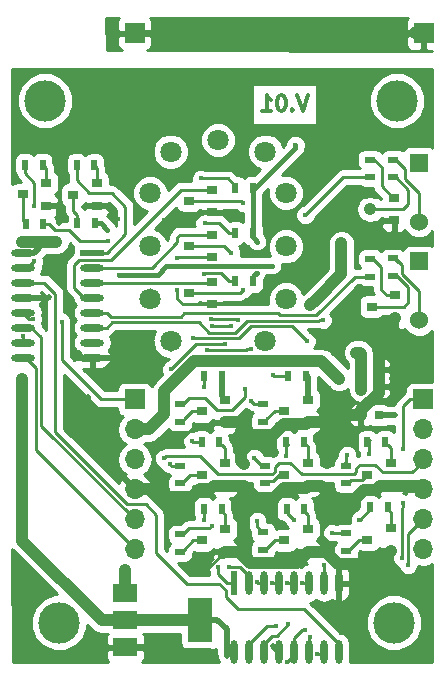
<source format=gbl>
%TF.GenerationSoftware,KiCad,Pcbnew,4.0.7*%
%TF.CreationDate,2017-11-22T17:51:59+08:00*%
%TF.ProjectId,NixieTube_QS27,4E69786965547562655F515332372E6B,rev?*%
%TF.FileFunction,Copper,L2,Bot,Signal*%
%FSLAX46Y46*%
G04 Gerber Fmt 4.6, Leading zero omitted, Abs format (unit mm)*
G04 Created by KiCad (PCBNEW 4.0.7) date 11/22/17 17:51:59*
%MOMM*%
%LPD*%
G01*
G04 APERTURE LIST*
%ADD10C,0.100000*%
%ADD11C,0.300000*%
%ADD12R,0.900000X0.800000*%
%ADD13R,2.000000X0.600000*%
%ADD14O,2.000000X0.600000*%
%ADD15R,0.900000X0.500000*%
%ADD16R,2.000000X3.800000*%
%ADD17R,2.000000X1.500000*%
%ADD18R,0.800000X0.750000*%
%ADD19R,0.600000X2.000000*%
%ADD20O,0.600000X2.000000*%
%ADD21R,0.500000X0.900000*%
%ADD22C,3.500000*%
%ADD23R,1.700000X1.700000*%
%ADD24O,1.700000X1.700000*%
%ADD25R,1.524000X1.524000*%
%ADD26C,1.524000*%
%ADD27C,1.800000*%
%ADD28C,0.453000*%
%ADD29C,1.000000*%
%ADD30C,0.400000*%
%ADD31C,1.000000*%
%ADD32C,0.250000*%
%ADD33C,0.500000*%
%ADD34C,0.400000*%
%ADD35C,0.254000*%
G04 APERTURE END LIST*
D10*
D11*
X25740952Y-7248095D02*
X25307619Y-8548095D01*
X24874286Y-7248095D01*
X24440952Y-8424286D02*
X24379047Y-8486190D01*
X24440952Y-8548095D01*
X24502857Y-8486190D01*
X24440952Y-8424286D01*
X24440952Y-8548095D01*
X23574285Y-7248095D02*
X23450476Y-7248095D01*
X23326666Y-7310000D01*
X23264761Y-7371905D01*
X23202857Y-7495714D01*
X23140952Y-7743333D01*
X23140952Y-8052857D01*
X23202857Y-8300476D01*
X23264761Y-8424286D01*
X23326666Y-8486190D01*
X23450476Y-8548095D01*
X23574285Y-8548095D01*
X23698095Y-8486190D01*
X23759999Y-8424286D01*
X23821904Y-8300476D01*
X23883809Y-8052857D01*
X23883809Y-7743333D01*
X23821904Y-7495714D01*
X23759999Y-7371905D01*
X23698095Y-7310000D01*
X23574285Y-7248095D01*
X21902857Y-8548095D02*
X22645714Y-8548095D01*
X22274285Y-8548095D02*
X22274285Y-7248095D01*
X22398095Y-7433810D01*
X22521904Y-7557619D01*
X22645714Y-7619524D01*
D12*
X17650000Y-15250000D03*
X17650000Y-17150000D03*
X15650000Y-16200000D03*
D13*
X7500000Y-20580000D03*
D14*
X7500000Y-21850000D03*
X7500000Y-23120000D03*
X7500000Y-24390000D03*
X7500000Y-25660000D03*
X7500000Y-26930000D03*
X7500000Y-28200000D03*
X1650000Y-28200000D03*
X1650000Y-26930000D03*
X1650000Y-25660000D03*
X1650000Y-24390000D03*
X1650000Y-23120000D03*
X1650000Y-21850000D03*
X1650000Y-20580000D03*
X7500000Y-29470000D03*
X1650000Y-29470000D03*
D15*
X21950000Y-44250000D03*
X21950000Y-45750000D03*
D16*
X16600000Y-51700000D03*
D17*
X10300000Y-51700000D03*
X10300000Y-49400000D03*
X10300000Y-54000000D03*
D18*
X31760000Y-31940000D03*
X30260000Y-31940000D03*
D15*
X33000000Y-12700000D03*
X33000000Y-14200000D03*
X31000000Y-14200000D03*
X31000000Y-12700000D03*
D12*
X33050000Y-15950000D03*
X33050000Y-17850000D03*
X31050000Y-16900000D03*
D19*
X19490000Y-48570000D03*
D20*
X20760000Y-48570000D03*
X22030000Y-48570000D03*
X23300000Y-48570000D03*
X24570000Y-48570000D03*
X25840000Y-48570000D03*
X27110000Y-48570000D03*
X27110000Y-54420000D03*
X25840000Y-54420000D03*
X24570000Y-54420000D03*
X23300000Y-54420000D03*
X22030000Y-54420000D03*
X20760000Y-54420000D03*
X19490000Y-54420000D03*
X28380000Y-48570000D03*
X28380000Y-54420000D03*
D15*
X32950000Y-21050000D03*
X32950000Y-22550000D03*
X31050000Y-22600000D03*
X31050000Y-21100000D03*
D21*
X23900000Y-36625000D03*
X25400000Y-36625000D03*
X30800000Y-36625000D03*
X32300000Y-36625000D03*
X23950000Y-42275000D03*
X25450000Y-42275000D03*
X16950000Y-31000000D03*
X18450000Y-31000000D03*
X31000000Y-42125000D03*
X32500000Y-42125000D03*
X16750000Y-36625000D03*
X18250000Y-36625000D03*
X16950000Y-42250000D03*
X18450000Y-42250000D03*
X1800000Y-13150000D03*
X3300000Y-13150000D03*
X24100000Y-31000000D03*
X25600000Y-31000000D03*
X7675000Y-13175000D03*
X6175000Y-13175000D03*
X21100000Y-23000000D03*
X19600000Y-23000000D03*
X21100000Y-18950000D03*
X19600000Y-18950000D03*
X21100000Y-15100000D03*
X19600000Y-15100000D03*
D15*
X29000000Y-38625000D03*
X29000000Y-40125000D03*
X14950000Y-33400000D03*
X14950000Y-34900000D03*
X14950000Y-38625000D03*
X14950000Y-40125000D03*
X14950000Y-44425000D03*
X14950000Y-45925000D03*
X21950000Y-33400000D03*
X21950000Y-34900000D03*
X22100000Y-38625000D03*
X22100000Y-40125000D03*
X29000000Y-44350000D03*
X29000000Y-45850000D03*
D21*
X3350000Y-18150000D03*
X1850000Y-18150000D03*
X7725000Y-18075000D03*
X6225000Y-18075000D03*
D12*
X33150000Y-24200000D03*
X33150000Y-26100000D03*
X31150000Y-25150000D03*
X17650000Y-23050000D03*
X17650000Y-24950000D03*
X15650000Y-24000000D03*
X17650000Y-19050000D03*
X17650000Y-20950000D03*
X15650000Y-20000000D03*
X25750000Y-38425000D03*
X25750000Y-40325000D03*
X23750000Y-39375000D03*
X32800000Y-38425000D03*
X32800000Y-40325000D03*
X30800000Y-39375000D03*
X25750000Y-44000000D03*
X25750000Y-45900000D03*
X23750000Y-44950000D03*
X18750000Y-33050000D03*
X18750000Y-34950000D03*
X16750000Y-34000000D03*
X32800000Y-43925000D03*
X32800000Y-45825000D03*
X30800000Y-44875000D03*
X18750000Y-38425000D03*
X18750000Y-40325000D03*
X16750000Y-39375000D03*
X18750000Y-44000000D03*
X18750000Y-45900000D03*
X16750000Y-44950000D03*
X25750000Y-33050000D03*
X25750000Y-34950000D03*
X23750000Y-34000000D03*
X7875000Y-14725000D03*
X7875000Y-16625000D03*
X5875000Y-15675000D03*
D18*
X30250000Y-34350000D03*
X31750000Y-34350000D03*
D12*
X3600000Y-14700000D03*
X3600000Y-16600000D03*
X1600000Y-15650000D03*
D22*
X33030000Y-51900000D03*
X4700000Y-51900000D03*
X3500000Y-7700000D03*
X33300000Y-7700000D03*
D18*
X31750000Y-30500000D03*
X30250000Y-30500000D03*
D23*
X11100000Y-33000000D03*
D24*
X11100000Y-35540000D03*
X11100000Y-38080000D03*
X11100000Y-40620000D03*
X11100000Y-43160000D03*
X11100000Y-45700000D03*
D23*
X35500000Y-33000000D03*
D24*
X35500000Y-35540000D03*
X35500000Y-38080000D03*
X35500000Y-40620000D03*
X35500000Y-43160000D03*
X35500000Y-45700000D03*
D23*
X35550000Y-2000000D03*
X11100000Y-2000000D03*
D25*
X35150000Y-12950000D03*
D26*
X35150000Y-17950000D03*
D25*
X35200000Y-21300000D03*
D26*
X35200000Y-26300000D03*
D27*
X23893155Y-15535798D03*
X23893155Y-20035798D03*
X23893155Y-24535798D03*
X12393155Y-15535798D03*
X12393155Y-20035798D03*
X12393155Y-24535798D03*
X14143155Y-12035798D03*
X22143155Y-12035798D03*
X14143155Y-28035798D03*
X22143155Y-28035798D03*
X18143155Y-11035798D03*
D28*
X13555976Y-17839930D03*
X17475000Y-54325000D03*
X16300000Y-47700000D03*
X9700000Y-17750000D03*
X14700000Y-21000000D03*
X15000000Y-17200000D03*
X14700000Y-23700000D03*
X7100000Y-32800000D03*
D29*
X27400000Y-40898000D03*
X27400000Y-38350000D03*
D28*
X6343028Y-29116972D03*
X4700000Y-18050000D03*
D30*
X6900000Y-16600004D03*
X4950000Y-16599979D03*
D29*
X20350000Y-40350000D03*
X20350000Y-46350000D03*
X20350000Y-38500000D03*
D28*
X3800000Y-24300000D03*
X22780010Y-53868490D03*
X18934000Y-54696000D03*
D29*
X29856000Y-29041982D03*
D30*
X21423562Y-22276010D03*
X21474000Y-19644000D03*
D29*
X1575000Y-31275000D03*
D28*
X26566536Y-54600000D03*
D29*
X4450000Y-19650008D03*
D28*
X24700000Y-11450000D03*
D29*
X1523487Y-19650000D03*
D28*
X1600000Y-27656500D03*
D30*
X20299990Y-23700000D03*
D28*
X17013242Y-18100000D03*
D30*
X16935407Y-22350011D03*
X24100000Y-52050000D03*
X25900000Y-53099994D03*
X34240000Y-47050000D03*
X13532248Y-37984650D03*
D29*
X28579021Y-19776001D03*
D28*
X28950000Y-2650000D03*
X19700000Y-2000000D03*
X14850000Y-1200000D03*
X28840000Y-1975000D03*
X31380000Y-1975000D03*
X32650000Y-1975000D03*
X13600000Y-2000000D03*
X14870000Y-2000000D03*
D29*
X25950000Y-25049992D03*
D30*
X8778000Y-18628000D03*
X9790000Y-22438000D03*
X22744000Y-21676000D03*
X8859728Y-19558272D03*
X16030000Y-27810000D03*
X25670000Y-28070000D03*
X27824000Y-44282000D03*
X20900020Y-28749990D03*
X21474000Y-43266000D03*
X17243028Y-28856211D03*
X19275022Y-26760020D03*
X21220000Y-37932000D03*
X17628843Y-26831178D03*
X20966000Y-33106000D03*
X19820000Y-26260000D03*
X17561034Y-26235010D03*
X17599994Y-43700000D03*
X18700000Y-28331201D03*
X14159225Y-30467968D03*
X14057258Y-38490742D03*
X20450009Y-32090000D03*
X29094000Y-37678000D03*
X23014625Y-52172147D03*
X30910000Y-37590000D03*
X23900000Y-37800000D03*
X24000022Y-48550000D03*
X18141404Y-47231404D03*
X17000000Y-31980000D03*
X25270012Y-48550000D03*
X24567762Y-43216825D03*
X27120000Y-47020000D03*
X30120000Y-43190000D03*
X15950000Y-36550000D03*
X19036951Y-47200433D03*
D28*
X2600000Y-16650000D03*
X2526510Y-21288180D03*
D30*
X21460016Y-48450000D03*
X16950000Y-43200000D03*
X22775000Y-30974998D03*
X22730022Y-48550000D03*
X27020000Y-26300000D03*
D28*
X25550000Y-17400000D03*
D29*
X28395010Y-31250000D03*
X10299996Y-47475000D03*
D30*
X33107919Y-34350000D03*
X33714990Y-46430464D03*
D28*
X24025847Y-55247510D03*
D30*
X33800000Y-37199998D03*
X33800000Y-41800000D03*
X25482722Y-52490736D03*
X4900021Y-26434673D03*
X2500010Y-26182780D03*
X16700000Y-14300000D03*
X20300000Y-16400000D03*
D28*
X19255489Y-20600000D03*
D31*
X25750000Y-45900000D02*
X27322004Y-45900000D01*
X27322004Y-45900000D02*
X28322004Y-46900000D01*
X28322004Y-46900000D02*
X28700000Y-46900000D01*
X31750000Y-30500000D02*
X31750000Y-31930000D01*
X31750000Y-31930000D02*
X31760000Y-31940000D01*
X30250000Y-34350000D02*
X30250000Y-33940000D01*
X30250000Y-33940000D02*
X31750000Y-32440000D01*
X31750000Y-32440000D02*
X31750000Y-32070000D01*
X20340000Y-35400000D02*
X20340000Y-35090000D01*
X20200000Y-34950000D02*
X18750000Y-34950000D01*
X20340000Y-35090000D02*
X20200000Y-34950000D01*
X31750000Y-30500000D02*
X31750000Y-27500000D01*
X31750000Y-27500000D02*
X33150000Y-26100000D01*
X20065999Y-38215999D02*
X20350000Y-38500000D01*
X20065999Y-35674001D02*
X20065999Y-38215999D01*
X20340000Y-35400000D02*
X20065999Y-35674001D01*
D32*
X13782475Y-17613431D02*
X13555976Y-17839930D01*
X14195906Y-17200000D02*
X13782475Y-17613431D01*
X15000000Y-17200000D02*
X14195906Y-17200000D01*
D33*
X12125000Y-54325000D02*
X17475000Y-54325000D01*
X10300000Y-54000000D02*
X11800000Y-54000000D01*
X11800000Y-54000000D02*
X12125000Y-54325000D01*
D32*
X3600000Y-16600000D02*
X3650000Y-16600000D01*
X14700000Y-24485002D02*
X14700000Y-23700000D01*
X15164998Y-24950000D02*
X14700000Y-24485002D01*
X17650000Y-24950000D02*
X15164998Y-24950000D01*
X18750000Y-45900000D02*
X18700000Y-45900000D01*
X18700000Y-45900000D02*
X16900000Y-47700000D01*
X16900000Y-47700000D02*
X16300000Y-47700000D01*
X7875000Y-16625000D02*
X8575000Y-16625000D01*
X8575000Y-16625000D02*
X9700000Y-17750000D01*
X14750000Y-20950000D02*
X14700000Y-21000000D01*
X17650000Y-20950000D02*
X14750000Y-20950000D01*
X15000000Y-17200000D02*
X17600000Y-17200000D01*
X17600000Y-17200000D02*
X17650000Y-17150000D01*
D33*
X7100000Y-36620000D02*
X7100000Y-32800000D01*
X11100000Y-40620000D02*
X7100000Y-36620000D01*
D31*
X18750000Y-45900000D02*
X18599999Y-46050001D01*
X26827000Y-40325000D02*
X27400000Y-40898000D01*
X27400000Y-40898000D02*
X28362002Y-41860002D01*
X27423630Y-34350000D02*
X27423630Y-38326370D01*
X27423630Y-38326370D02*
X27400000Y-38350000D01*
D33*
X6343028Y-29116972D02*
X6343028Y-29193028D01*
X7420000Y-29550000D02*
X7500000Y-29470000D01*
X6343028Y-29193028D02*
X6700000Y-29550000D01*
X6700000Y-29550000D02*
X7420000Y-29550000D01*
X1650000Y-24390000D02*
X3710000Y-24390000D01*
X3710000Y-24390000D02*
X3800000Y-24300000D01*
X4700000Y-18050000D02*
X4700000Y-16849979D01*
X4700000Y-16849979D02*
X4950000Y-16599979D01*
X6924996Y-16625000D02*
X6900000Y-16600004D01*
X7875000Y-16625000D02*
X6924996Y-16625000D01*
X3600000Y-16600000D02*
X4949979Y-16600000D01*
X4949979Y-16600000D02*
X4950000Y-16599979D01*
D31*
X20350000Y-46350000D02*
X20350000Y-40350000D01*
X20350000Y-40350000D02*
X20325000Y-40325000D01*
X20350000Y-40350000D02*
X21350000Y-41350000D01*
X21350000Y-41350000D02*
X22850000Y-41350000D01*
X22850000Y-41350000D02*
X23724999Y-40475001D01*
X23724999Y-40475001D02*
X25599999Y-40475001D01*
X25599999Y-40475001D02*
X25750000Y-40325000D01*
X18750000Y-40325000D02*
X20325000Y-40325000D01*
X18750000Y-45900000D02*
X19900000Y-45900000D01*
X19900000Y-45900000D02*
X20350000Y-46350000D01*
X25750000Y-45900000D02*
X24800001Y-46849999D01*
X24800001Y-46849999D02*
X20849999Y-46849999D01*
X20849999Y-46849999D02*
X20350000Y-46350000D01*
X20340000Y-35400000D02*
X20950000Y-36010000D01*
X28700000Y-46900000D02*
X31675000Y-46900000D01*
D34*
X28380000Y-47170000D02*
X28650000Y-46900000D01*
X28380000Y-48570000D02*
X28380000Y-47170000D01*
X28650000Y-46900000D02*
X28700000Y-46900000D01*
D31*
X31675000Y-46900000D02*
X32750000Y-45825000D01*
X32750000Y-45825000D02*
X32800000Y-45825000D01*
D34*
X28380000Y-49270000D02*
X28380000Y-48570000D01*
D31*
X11100000Y-40620000D02*
X12302081Y-40620000D01*
X12302081Y-40620000D02*
X12952081Y-41270000D01*
X12952081Y-41270000D02*
X15940000Y-41270000D01*
X20950000Y-36010000D02*
X22800002Y-36010000D01*
X22800002Y-36010000D02*
X23710001Y-35100001D01*
X23710001Y-35100001D02*
X25599999Y-35100001D01*
X25599999Y-35100001D02*
X25750000Y-34950000D01*
X26823630Y-34950000D02*
X27423630Y-34350000D01*
X27423630Y-34350000D02*
X30250000Y-34350000D01*
X25750000Y-40325000D02*
X26827000Y-40325000D01*
X29309998Y-41860002D02*
X30500000Y-40670000D01*
X28362002Y-41860002D02*
X29309998Y-41860002D01*
X30500000Y-40670000D02*
X31505000Y-40670000D01*
X31505000Y-40670000D02*
X31850000Y-40325000D01*
X31850000Y-40325000D02*
X32800000Y-40325000D01*
X18750000Y-40325000D02*
X18800000Y-40325000D01*
X17495000Y-40630000D02*
X16580000Y-40630000D01*
X16580000Y-40630000D02*
X15940000Y-41270000D01*
D32*
X28380000Y-48890060D02*
X28380000Y-48570000D01*
D33*
X23300000Y-54420000D02*
X23300000Y-54388480D01*
X23300000Y-54388480D02*
X23006509Y-54094989D01*
X23006509Y-54094989D02*
X22780010Y-53868490D01*
D32*
X1650000Y-24390000D02*
X2540000Y-24390000D01*
D31*
X26823630Y-34950000D02*
X25750000Y-34950000D01*
X18700000Y-40325000D02*
X18750000Y-40325000D01*
X17800000Y-40325000D02*
X18750000Y-40325000D01*
X17495000Y-40630000D02*
X17800000Y-40325000D01*
X32800000Y-40325000D02*
X35105000Y-40325000D01*
X35105000Y-40325000D02*
X35550000Y-40770000D01*
D32*
X17750000Y-24950000D02*
X17700000Y-24950000D01*
X17525000Y-17275000D02*
X17650000Y-17150000D01*
X33175000Y-26100000D02*
X33150000Y-26100000D01*
X33100000Y-17850000D02*
X33050000Y-17850000D01*
D33*
X10300000Y-54000000D02*
X10560002Y-54000000D01*
X10560002Y-54000000D02*
X10570002Y-53990000D01*
X18864931Y-54544191D02*
X18934000Y-54613260D01*
X18934000Y-54613260D02*
X18934000Y-54696000D01*
D32*
X18864931Y-54495069D02*
X18864931Y-54544191D01*
D33*
X18864931Y-52464931D02*
X18864931Y-54544191D01*
X18100000Y-51700000D02*
X18864931Y-52464931D01*
X16600000Y-51700000D02*
X18100000Y-51700000D01*
D32*
X18940000Y-54420000D02*
X18864931Y-54495069D01*
X19490000Y-54420000D02*
X18940000Y-54420000D01*
D31*
X30166982Y-29041982D02*
X29856000Y-29041982D01*
X30250000Y-29125000D02*
X30166982Y-29041982D01*
X30250000Y-30500000D02*
X30250000Y-29125000D01*
D34*
X21100000Y-23000000D02*
X21100000Y-22599572D01*
X21100000Y-22599572D02*
X21223563Y-22476009D01*
X21223563Y-22476009D02*
X21423562Y-22276010D01*
X21274001Y-19444001D02*
X21474000Y-19644000D01*
X21100000Y-19270000D02*
X21274001Y-19444001D01*
X21100000Y-18950000D02*
X21100000Y-19270000D01*
D31*
X1575000Y-44975000D02*
X1575000Y-31275000D01*
X8300000Y-51700000D02*
X1575000Y-44975000D01*
X10300000Y-51700000D02*
X8300000Y-51700000D01*
X10300000Y-51700000D02*
X9800000Y-51700000D01*
X16600000Y-51700000D02*
X10300000Y-51700000D01*
D32*
X27110000Y-54420000D02*
X26930000Y-54600000D01*
X26886855Y-54600000D02*
X26566536Y-54600000D01*
X26930000Y-54600000D02*
X26886855Y-54600000D01*
D31*
X1523487Y-19650000D02*
X2950000Y-19650000D01*
D33*
X2950000Y-20200000D02*
X2950000Y-19650000D01*
D31*
X2950000Y-19650000D02*
X4449992Y-19650000D01*
D33*
X2570000Y-20580000D02*
X2950000Y-20200000D01*
X1650000Y-20580000D02*
X2570000Y-20580000D01*
D31*
X4449992Y-19650000D02*
X4450000Y-19650008D01*
X30250000Y-32200000D02*
X30250000Y-30500000D01*
D34*
X21100000Y-15500000D02*
X21100000Y-15300000D01*
X21100000Y-15300000D02*
X24700000Y-11700000D01*
X24700000Y-11700000D02*
X24700000Y-11450000D01*
X21100000Y-15500000D02*
X21100000Y-18950000D01*
D32*
X1650000Y-27706500D02*
X1600000Y-27656500D01*
X1650000Y-28200000D02*
X1650000Y-27706500D01*
X19999990Y-24000000D02*
X20299990Y-23700000D01*
X15650000Y-24000000D02*
X19999990Y-24000000D01*
X17333561Y-18100000D02*
X17013242Y-18100000D01*
X18250000Y-18100000D02*
X17333561Y-18100000D01*
X19100000Y-18950000D02*
X18250000Y-18100000D01*
X19600000Y-18950000D02*
X19100000Y-18950000D01*
X19600000Y-19150000D02*
X19600000Y-18950000D01*
X18375012Y-22275012D02*
X17010406Y-22275012D01*
X19100000Y-23000000D02*
X18375012Y-22275012D01*
X19600000Y-23000000D02*
X19100000Y-23000000D01*
X17010406Y-22275012D02*
X16935407Y-22350011D01*
X19600000Y-23200000D02*
X19600000Y-23000000D01*
X19550000Y-23050000D02*
X19600000Y-23000000D01*
X22030000Y-53720000D02*
X22722169Y-53027831D01*
X22030000Y-54420000D02*
X22030000Y-53720000D01*
X22722169Y-53027831D02*
X23122169Y-53027831D01*
X23122169Y-53027831D02*
X24100000Y-52050000D01*
X34240000Y-44420000D02*
X35500000Y-43160000D01*
X34240000Y-47050000D02*
X34240000Y-44420000D01*
X25840000Y-53159994D02*
X25900000Y-53099994D01*
X25840000Y-54420000D02*
X25840000Y-53159994D01*
X3175020Y-35235020D02*
X11100000Y-43160000D01*
X3175020Y-27755020D02*
X3175020Y-35235020D01*
X1650000Y-26930000D02*
X2350000Y-26930000D01*
X2350000Y-26930000D02*
X3175020Y-27755020D01*
X32107853Y-39179999D02*
X34600001Y-39179999D01*
X13532248Y-37984650D02*
X13732247Y-37784651D01*
X18170002Y-39360000D02*
X22720000Y-39360000D01*
X13732247Y-37784651D02*
X16594653Y-37784651D01*
X16594653Y-37784651D02*
X18170002Y-39360000D01*
X24270000Y-38380000D02*
X25250000Y-39360000D01*
X22950000Y-39130000D02*
X22950000Y-38739998D01*
X22720000Y-39360000D02*
X22950000Y-39130000D01*
X23309998Y-38380000D02*
X24270000Y-38380000D01*
X22950000Y-38739998D02*
X23309998Y-38380000D01*
X34600001Y-39179999D02*
X35550000Y-38230000D01*
X25250000Y-39360000D02*
X29680000Y-39360000D01*
X29680000Y-39360000D02*
X29870000Y-39170000D01*
X30160000Y-38550000D02*
X31477854Y-38550000D01*
X29870000Y-39170000D02*
X29870000Y-38840000D01*
X29870000Y-38840000D02*
X30160000Y-38550000D01*
X31477854Y-38550000D02*
X32107853Y-39179999D01*
D31*
X28579021Y-19776001D02*
X28579021Y-22420971D01*
D33*
X29625000Y-1975000D02*
X28950000Y-2650000D01*
X31380000Y-1975000D02*
X29625000Y-1975000D01*
X28840000Y-2540000D02*
X28950000Y-2650000D01*
X28840000Y-1975000D02*
X28840000Y-2540000D01*
X11375000Y-2000000D02*
X19700000Y-2000000D01*
X11350000Y-1975000D02*
X11375000Y-2000000D01*
X19725000Y-1975000D02*
X19700000Y-2000000D01*
X28840000Y-1975000D02*
X19725000Y-1975000D01*
X31380000Y-1975000D02*
X33920000Y-1975000D01*
X32650000Y-1975000D02*
X31380000Y-1975000D01*
X33920000Y-1975000D02*
X34850000Y-1975000D01*
X33920000Y-1975000D02*
X32650000Y-1975000D01*
D31*
X34850000Y-1975000D02*
X34900000Y-1925000D01*
X35150000Y-2175000D02*
X34900000Y-1925000D01*
X28579021Y-22420971D02*
X26449999Y-24549993D01*
X26449999Y-24549993D02*
X25950000Y-25049992D01*
D32*
X2725009Y-30308269D02*
X1886740Y-29470000D01*
X1886740Y-29470000D02*
X1650000Y-29470000D01*
X2725009Y-37325009D02*
X2725009Y-30308269D01*
X11100000Y-45700000D02*
X2725009Y-37325009D01*
X7875000Y-14725000D02*
X7875000Y-13375000D01*
X7875000Y-13375000D02*
X7675000Y-13175000D01*
X5875000Y-15675000D02*
X5875000Y-17025000D01*
X6225000Y-17375000D02*
X6225000Y-18075000D01*
X5875000Y-17025000D02*
X6225000Y-17375000D01*
D33*
X25750000Y-33050000D02*
X25750000Y-31150000D01*
X25750000Y-31150000D02*
X25600000Y-31000000D01*
D32*
X25600000Y-32900000D02*
X25750000Y-33050000D01*
X23750000Y-34000000D02*
X22950000Y-34000000D01*
X22950000Y-34000000D02*
X22250000Y-34700000D01*
X3600000Y-14700000D02*
X3600000Y-13450000D01*
X3600000Y-13450000D02*
X3300000Y-13150000D01*
X1600000Y-15650000D02*
X1600000Y-17900000D01*
X1600000Y-17900000D02*
X1850000Y-18150000D01*
X18750000Y-44000000D02*
X18750000Y-42750000D01*
X18750000Y-42750000D02*
X18450000Y-42450000D01*
X16750000Y-44950000D02*
X16025000Y-44950000D01*
X16025000Y-44950000D02*
X15250000Y-45725000D01*
X18750000Y-38425000D02*
X18750000Y-37125000D01*
X18750000Y-37125000D02*
X18450000Y-36825000D01*
X16750000Y-39375000D02*
X15800000Y-39375000D01*
X15800000Y-39375000D02*
X15250000Y-39925000D01*
X32800000Y-43925000D02*
X32800000Y-42625000D01*
X32800000Y-42625000D02*
X32500000Y-42325000D01*
X30800000Y-44875000D02*
X30075000Y-44875000D01*
X30075000Y-44875000D02*
X29300000Y-45650000D01*
D33*
X18450000Y-31000000D02*
X18450000Y-32750000D01*
X18450000Y-32750000D02*
X18750000Y-33050000D01*
D32*
X16750000Y-34000000D02*
X15950000Y-34000000D01*
X15950000Y-34000000D02*
X15250000Y-34700000D01*
X25750000Y-44000000D02*
X25750000Y-42775000D01*
X25750000Y-42775000D02*
X25450000Y-42475000D01*
X23750000Y-44950000D02*
X22950000Y-44950000D01*
X22950000Y-44950000D02*
X22150000Y-45750000D01*
X22150000Y-45750000D02*
X21950000Y-45750000D01*
X32800000Y-38425000D02*
X32800000Y-37125000D01*
X32800000Y-37125000D02*
X32500000Y-36825000D01*
X29414989Y-39810011D02*
X29300000Y-39925000D01*
X30364989Y-39810011D02*
X29414989Y-39810011D01*
X30800000Y-39375000D02*
X30364989Y-39810011D01*
X25750000Y-38425000D02*
X25750000Y-36975000D01*
X25750000Y-36975000D02*
X25600000Y-36825000D01*
X23341410Y-39375000D02*
X22791410Y-39925000D01*
X23750000Y-39375000D02*
X23341410Y-39375000D01*
X22791410Y-39925000D02*
X22400000Y-39925000D01*
X7500000Y-21850000D02*
X12550000Y-21850000D01*
X14700000Y-19250000D02*
X14900000Y-19050000D01*
X12550000Y-21850000D02*
X14700000Y-19700000D01*
X14700000Y-19700000D02*
X14700000Y-19250000D01*
X14900000Y-19050000D02*
X17650000Y-19050000D01*
X7500000Y-21850000D02*
X8250000Y-21850000D01*
X7500000Y-21850000D02*
X6800000Y-21850000D01*
X17650000Y-19050000D02*
X17700000Y-19050000D01*
X7500000Y-23120000D02*
X17580000Y-23120000D01*
X17580000Y-23120000D02*
X17650000Y-23050000D01*
X7500000Y-23120000D02*
X8200000Y-23120000D01*
X17750000Y-23050000D02*
X17700000Y-23050000D01*
X7500000Y-24390000D02*
X6800000Y-24390000D01*
X6800000Y-24390000D02*
X5950000Y-23540000D01*
X5950000Y-23540000D02*
X5950000Y-21600000D01*
X15050000Y-15250000D02*
X17650000Y-15250000D01*
X5950000Y-21600000D02*
X6344999Y-21205001D01*
X9094999Y-21205001D02*
X15050000Y-15250000D01*
X6344999Y-21205001D02*
X9094999Y-21205001D01*
X33150000Y-24200000D02*
X32450000Y-24200000D01*
X32450000Y-24200000D02*
X31975000Y-23725000D01*
X31975000Y-23725000D02*
X31975000Y-21825000D01*
X31975000Y-21825000D02*
X31250000Y-21100000D01*
X31250000Y-21100000D02*
X31050000Y-21100000D01*
D34*
X7725000Y-18075000D02*
X8225000Y-18075000D01*
X8225000Y-18075000D02*
X8778000Y-18628000D01*
X13092000Y-22438000D02*
X9790000Y-22438000D01*
X13779999Y-21750001D02*
X13092000Y-22438000D01*
X18494002Y-21676000D02*
X18420001Y-21750001D01*
X22744000Y-21676000D02*
X18494002Y-21676000D01*
X18420001Y-21750001D02*
X13779999Y-21750001D01*
D32*
X13326400Y-27975199D02*
X14136991Y-28785790D01*
X3350000Y-18150000D02*
X3850000Y-18150000D01*
X3850000Y-18150000D02*
X4328000Y-18628000D01*
X8576886Y-19558272D02*
X8859728Y-19558272D01*
X5492998Y-18628000D02*
X6423270Y-19558272D01*
X6423270Y-19558272D02*
X8576886Y-19558272D01*
X4328000Y-18628000D02*
X5492998Y-18628000D01*
X3350000Y-18150000D02*
X3446310Y-18150000D01*
X3446310Y-18150000D02*
X3456532Y-18139778D01*
X12393155Y-24535798D02*
X12393155Y-23676933D01*
X19907224Y-27806191D02*
X16316651Y-27806191D01*
X16316651Y-27806191D02*
X16312842Y-27810000D01*
X20938391Y-26775024D02*
X19907224Y-27806191D01*
X24375024Y-26775024D02*
X20938391Y-26775024D01*
X25670000Y-28070000D02*
X24375024Y-26775024D01*
X16312842Y-27810000D02*
X16030000Y-27810000D01*
X27824000Y-44282000D02*
X28932000Y-44282000D01*
X28932000Y-44282000D02*
X29000000Y-44350000D01*
X20900020Y-28749990D02*
X20617178Y-28749990D01*
X20617178Y-28749990D02*
X20510957Y-28856211D01*
X21474000Y-43266000D02*
X21474000Y-43774000D01*
X21474000Y-43774000D02*
X21950000Y-44250000D01*
X20510957Y-28856211D02*
X17243028Y-28856211D01*
X17628843Y-26831178D02*
X19203864Y-26831178D01*
X19203864Y-26831178D02*
X19275022Y-26760020D01*
X21220000Y-37945000D02*
X21220000Y-37932000D01*
X21900000Y-38625000D02*
X21220000Y-37945000D01*
X22100000Y-38625000D02*
X21900000Y-38625000D01*
X22050000Y-38575000D02*
X22100000Y-38625000D01*
X20966000Y-33106000D02*
X21220000Y-33360000D01*
X21220000Y-33360000D02*
X21910000Y-33360000D01*
X21910000Y-33360000D02*
X21950000Y-33400000D01*
X19795010Y-26235010D02*
X19820000Y-26260000D01*
X17561034Y-26235010D02*
X19795010Y-26235010D01*
X17374994Y-43925000D02*
X17599994Y-43700000D01*
X15650000Y-43925000D02*
X17374994Y-43925000D01*
X14950000Y-44425000D02*
X15150000Y-44425000D01*
X15150000Y-44425000D02*
X15650000Y-43925000D01*
X14159225Y-30467968D02*
X16295992Y-28331201D01*
X18417158Y-28331201D02*
X18700000Y-28331201D01*
X16295992Y-28331201D02*
X18417158Y-28331201D01*
X14950000Y-38625000D02*
X14191516Y-38625000D01*
X14191516Y-38625000D02*
X14057258Y-38490742D01*
X20450009Y-32372842D02*
X20450009Y-32090000D01*
X19367002Y-33868000D02*
X20450009Y-32784993D01*
X18053002Y-33868000D02*
X19367002Y-33868000D01*
X20450009Y-32784993D02*
X20450009Y-32372842D01*
X17085002Y-32900000D02*
X18053002Y-33868000D01*
X15650000Y-32900000D02*
X17085002Y-32900000D01*
X15150000Y-33400000D02*
X15650000Y-32900000D01*
X14950000Y-33400000D02*
X15150000Y-33400000D01*
X15250000Y-33200000D02*
X15050000Y-33200000D01*
X29000000Y-37772000D02*
X29094000Y-37678000D01*
X29000000Y-38625000D02*
X29000000Y-37772000D01*
X28950000Y-38575000D02*
X29000000Y-38625000D01*
X28800000Y-38425000D02*
X29000000Y-38625000D01*
X22307853Y-52172147D02*
X23014625Y-52172147D01*
X20760000Y-54420000D02*
X20760000Y-53720000D01*
X20760000Y-53720000D02*
X22307853Y-52172147D01*
X30910000Y-37590000D02*
X30910000Y-36735000D01*
X30910000Y-36735000D02*
X30800000Y-36625000D01*
X31000000Y-36450000D02*
X30917365Y-36532635D01*
X23900000Y-36625000D02*
X23900000Y-37800000D01*
X24000022Y-48550022D02*
X24000022Y-48550000D01*
X24020000Y-48570000D02*
X24000022Y-48550022D01*
X24570000Y-48570000D02*
X24020000Y-48570000D01*
X24000000Y-36725000D02*
X24100000Y-36825000D01*
X18141404Y-47771404D02*
X18141404Y-47231404D01*
X18940000Y-48570000D02*
X18141404Y-47771404D01*
X19490000Y-48570000D02*
X18940000Y-48570000D01*
X17000000Y-31980000D02*
X17000000Y-31050000D01*
X17000000Y-31050000D02*
X16950000Y-31000000D01*
X25270012Y-48550012D02*
X25270012Y-48550000D01*
X25840000Y-48570000D02*
X25290000Y-48570000D01*
X25290000Y-48570000D02*
X25270012Y-48550012D01*
X23950000Y-42275000D02*
X23950000Y-42475000D01*
X23950000Y-42475000D02*
X23950000Y-42599063D01*
X23950000Y-42599063D02*
X24567762Y-43216825D01*
X23899990Y-42424990D02*
X23780173Y-42424990D01*
X23950000Y-42475000D02*
X23899990Y-42424990D01*
X27110000Y-47030000D02*
X27120000Y-47020000D01*
X27110000Y-48570000D02*
X27110000Y-47030000D01*
X30135000Y-43190000D02*
X30120000Y-43190000D01*
X31000000Y-42325000D02*
X30135000Y-43190000D01*
X31000000Y-42125000D02*
X31000000Y-42325000D01*
X16025000Y-36625000D02*
X15950000Y-36550000D01*
X16750000Y-36625000D02*
X16025000Y-36625000D01*
X20760000Y-48570000D02*
X20760000Y-47960000D01*
X20340000Y-47534998D02*
X20005435Y-47200433D01*
X20760000Y-47960000D02*
X20340000Y-47540000D01*
X20340000Y-47540000D02*
X20340000Y-47534998D01*
X20005435Y-47200433D02*
X19036951Y-47200433D01*
X16835690Y-36825000D02*
X16827024Y-36833666D01*
X16750000Y-36625000D02*
X16750000Y-36825000D01*
X2600000Y-14650000D02*
X2600000Y-16650000D01*
X1800000Y-13150000D02*
X1800000Y-13850000D01*
X1800000Y-13850000D02*
X2600000Y-14650000D01*
X1964690Y-21850000D02*
X2526510Y-21288180D01*
X1650000Y-21850000D02*
X1964690Y-21850000D01*
X1336103Y-21850000D02*
X1650000Y-21850000D01*
X1800000Y-13150000D02*
X1800000Y-13350000D01*
X1825000Y-13175000D02*
X1800000Y-13150000D01*
X21460016Y-48550016D02*
X21460016Y-48450000D01*
X21480000Y-48570000D02*
X21460016Y-48550016D01*
X22030000Y-48570000D02*
X21480000Y-48570000D01*
X16950000Y-42250000D02*
X16950000Y-43200000D01*
X16950000Y-42450000D02*
X16950000Y-42250000D01*
X10300000Y-16683776D02*
X10300000Y-19030000D01*
X10300000Y-19030000D02*
X8750000Y-20580000D01*
X9164722Y-15548498D02*
X10300000Y-16683776D01*
X7263496Y-15548498D02*
X9164722Y-15548498D01*
X6175000Y-13175000D02*
X6175000Y-14460002D01*
X8750000Y-20580000D02*
X7500000Y-20580000D01*
X6175000Y-14460002D02*
X7263496Y-15548498D01*
X24100000Y-31000000D02*
X22800002Y-31000000D01*
X22800002Y-31000000D02*
X22775000Y-30974998D01*
X22730022Y-48550022D02*
X22730022Y-48550000D01*
X23300000Y-48570000D02*
X22750000Y-48570000D01*
X22750000Y-48570000D02*
X22730022Y-48550022D01*
X28380000Y-54420000D02*
X28380000Y-53720000D01*
X28380000Y-53720000D02*
X25430000Y-50770000D01*
X3446741Y-23120000D02*
X1650000Y-23120000D01*
X25430000Y-50770000D02*
X19804998Y-50770000D01*
X4375011Y-24048270D02*
X3446741Y-23120000D01*
X15500000Y-48600000D02*
X12900000Y-46000000D01*
X18800000Y-49160000D02*
X18240000Y-48600000D01*
X19804998Y-50770000D02*
X18800000Y-49765002D01*
X18800000Y-49765002D02*
X18800000Y-49160000D01*
X18240000Y-48600000D02*
X15500000Y-48600000D01*
X12900000Y-46000000D02*
X12900000Y-42750000D01*
X12900000Y-42750000D02*
X12050000Y-41900000D01*
X12050000Y-41900000D02*
X10476410Y-41900000D01*
X10476410Y-41900000D02*
X4375011Y-35798601D01*
X4375011Y-35798601D02*
X4375011Y-24048270D01*
X35200000Y-23838589D02*
X35200000Y-26300000D01*
X33725001Y-21625001D02*
X33725001Y-22363590D01*
X33725001Y-22363590D02*
X35200000Y-23838589D01*
X32950000Y-21050000D02*
X33150000Y-21050000D01*
X33150000Y-21050000D02*
X33725001Y-21625001D01*
X33725001Y-21625001D02*
X32950000Y-21050000D01*
X33000000Y-12700000D02*
X33200000Y-12700000D01*
X33200000Y-12700000D02*
X34000000Y-13500000D01*
X34000000Y-14363589D02*
X35150000Y-15513589D01*
X34000000Y-13500000D02*
X34000000Y-14363589D01*
X35150000Y-15513589D02*
X35150000Y-17950000D01*
X33050000Y-15950000D02*
X33000000Y-15950000D01*
X33000000Y-15950000D02*
X32000000Y-14950000D01*
X32000000Y-14950000D02*
X32000000Y-13350000D01*
X32000000Y-13350000D02*
X31350000Y-12700000D01*
X31350000Y-12700000D02*
X31000000Y-12700000D01*
X31050000Y-22600000D02*
X29721004Y-22600000D01*
X29721004Y-22600000D02*
X26446002Y-25875002D01*
X23254355Y-25710000D02*
X15304731Y-25710000D01*
X26446002Y-25875002D02*
X23419357Y-25875002D01*
X23419357Y-25875002D02*
X23254355Y-25710000D01*
X15304731Y-25710000D02*
X14989742Y-26024989D01*
X14989742Y-26024989D02*
X9114989Y-26024989D01*
X9114989Y-26024989D02*
X8750000Y-25660000D01*
X8750000Y-25660000D02*
X7500000Y-25660000D01*
X26737158Y-26300000D02*
X27020000Y-26300000D01*
X8750000Y-26930000D02*
X9205000Y-26475000D01*
X7500000Y-26930000D02*
X8750000Y-26930000D01*
X20624987Y-26325013D02*
X26712145Y-26325013D01*
X9205000Y-26475000D02*
X16495661Y-26475000D01*
X16495661Y-26475000D02*
X17376841Y-27356180D01*
X17376841Y-27356180D02*
X19593820Y-27356180D01*
X19593820Y-27356180D02*
X20624987Y-26325013D01*
X26712145Y-26325013D02*
X26737158Y-26300000D01*
X31000000Y-14200000D02*
X28750000Y-14200000D01*
X28750000Y-14200000D02*
X25550000Y-17400000D01*
X30950000Y-14250000D02*
X31000000Y-14200000D01*
D31*
X11100000Y-35540000D02*
X12302081Y-35540000D01*
X13580000Y-32320000D02*
X16143788Y-29756212D01*
X12302081Y-35540000D02*
X13580000Y-34262081D01*
X26901222Y-29756212D02*
X27895011Y-30750001D01*
X13580000Y-34262081D02*
X13580000Y-32320000D01*
X16143788Y-29756212D02*
X26901222Y-29756212D01*
X27895011Y-30750001D02*
X28395010Y-31250000D01*
X10300000Y-47475004D02*
X10299996Y-47475000D01*
X10300000Y-49400000D02*
X10300000Y-47475004D01*
D33*
X31750000Y-34350000D02*
X33107919Y-34350000D01*
D32*
X33800000Y-42082842D02*
X33714990Y-42167852D01*
X33800000Y-41800000D02*
X33800000Y-42082842D01*
X33714990Y-42167852D02*
X33714990Y-46430464D01*
X24252346Y-55021011D02*
X24025847Y-55247510D01*
X24570000Y-54703357D02*
X24252346Y-55021011D01*
X24570000Y-54420000D02*
X24570000Y-54703357D01*
X33800000Y-33600000D02*
X33800000Y-37199998D01*
X34400000Y-33000000D02*
X33800000Y-33600000D01*
X35500000Y-33000000D02*
X34400000Y-33000000D01*
X25249264Y-52490736D02*
X25482722Y-52490736D01*
X24570000Y-53170000D02*
X25249264Y-52490736D01*
X24570000Y-54420000D02*
X24570000Y-53170000D01*
X11100000Y-33000000D02*
X8240000Y-33000000D01*
X4900021Y-29660021D02*
X4900021Y-26434673D01*
X8240000Y-33000000D02*
X4900021Y-29660021D01*
X2172780Y-26182780D02*
X2500010Y-26182780D01*
X1650000Y-25660000D02*
X2172780Y-26182780D01*
X1710000Y-25600000D02*
X1650000Y-25660000D01*
X34889998Y-33150000D02*
X35550000Y-33150000D01*
X16700000Y-14300000D02*
X19000000Y-14300000D01*
X19000000Y-14300000D02*
X19600000Y-14900000D01*
X19600000Y-14900000D02*
X19600000Y-15100000D01*
X15650000Y-16200000D02*
X20100000Y-16200000D01*
X20100000Y-16200000D02*
X20300000Y-16400000D01*
X19028990Y-20373501D02*
X19255489Y-20600000D01*
X18655489Y-20000000D02*
X19028990Y-20373501D01*
X15650000Y-20000000D02*
X18655489Y-20000000D01*
X15650000Y-20000000D02*
X15700000Y-20000000D01*
X34250000Y-23525000D02*
X34250000Y-24800000D01*
X32950000Y-22550000D02*
X33275000Y-22550000D01*
X33275000Y-22550000D02*
X34250000Y-23525000D01*
X34250000Y-24800000D02*
X33900000Y-25150000D01*
X33900000Y-25150000D02*
X31150000Y-25150000D01*
X31050000Y-16900000D02*
X33775000Y-16900000D01*
X33775000Y-16900000D02*
X34250000Y-16425000D01*
X34250000Y-15250000D02*
X33200000Y-14200000D01*
X34250000Y-16425000D02*
X34250000Y-15250000D01*
X33200000Y-14200000D02*
X33000000Y-14200000D01*
D31*
X31000000Y-16900000D02*
X31050000Y-16900000D01*
D35*
G36*
X738273Y-45726441D02*
X772434Y-45777566D01*
X4509701Y-49514833D01*
X4227675Y-49514587D01*
X3350771Y-49876916D01*
X2679274Y-50547242D01*
X2315415Y-51423513D01*
X2314587Y-52372325D01*
X2676916Y-53249229D01*
X3347242Y-53920726D01*
X4223513Y-54284585D01*
X5172325Y-54285413D01*
X6049229Y-53923084D01*
X6720726Y-53252758D01*
X7084585Y-52376487D01*
X7084835Y-52089967D01*
X7497434Y-52502566D01*
X7865654Y-52748603D01*
X8300000Y-52835000D01*
X8793156Y-52835000D01*
X8802482Y-52849492D01*
X8761673Y-52890301D01*
X8665000Y-53123690D01*
X8665000Y-53714250D01*
X8823750Y-53873000D01*
X10173000Y-53873000D01*
X10173000Y-53853000D01*
X10427000Y-53853000D01*
X10427000Y-53873000D01*
X11776250Y-53873000D01*
X11935000Y-53714250D01*
X11935000Y-53123690D01*
X11838327Y-52890301D01*
X11796366Y-52848340D01*
X11805481Y-52835000D01*
X14952560Y-52835000D01*
X14952560Y-53600000D01*
X14996838Y-53835317D01*
X15135910Y-54051441D01*
X15348110Y-54196431D01*
X15600000Y-54247440D01*
X17600000Y-54247440D01*
X17835317Y-54203162D01*
X17979931Y-54110105D01*
X17979931Y-54544186D01*
X17979930Y-54544191D01*
X18024969Y-54770611D01*
X18047298Y-54882866D01*
X18102648Y-54965703D01*
X18116367Y-55034675D01*
X18182996Y-55134393D01*
X18203230Y-55183363D01*
X18232815Y-55213000D01*
X11735025Y-55213000D01*
X11838327Y-55109699D01*
X11935000Y-54876310D01*
X11935000Y-54285750D01*
X11776250Y-54127000D01*
X10427000Y-54127000D01*
X10427000Y-54147000D01*
X10173000Y-54147000D01*
X10173000Y-54127000D01*
X8823750Y-54127000D01*
X8665000Y-54285750D01*
X8665000Y-54876310D01*
X8761673Y-55109699D01*
X8864975Y-55213000D01*
X756630Y-55213000D01*
X728963Y-45712507D01*
X738273Y-45726441D01*
X738273Y-45726441D01*
G37*
X738273Y-45726441D02*
X772434Y-45777566D01*
X4509701Y-49514833D01*
X4227675Y-49514587D01*
X3350771Y-49876916D01*
X2679274Y-50547242D01*
X2315415Y-51423513D01*
X2314587Y-52372325D01*
X2676916Y-53249229D01*
X3347242Y-53920726D01*
X4223513Y-54284585D01*
X5172325Y-54285413D01*
X6049229Y-53923084D01*
X6720726Y-53252758D01*
X7084585Y-52376487D01*
X7084835Y-52089967D01*
X7497434Y-52502566D01*
X7865654Y-52748603D01*
X8300000Y-52835000D01*
X8793156Y-52835000D01*
X8802482Y-52849492D01*
X8761673Y-52890301D01*
X8665000Y-53123690D01*
X8665000Y-53714250D01*
X8823750Y-53873000D01*
X10173000Y-53873000D01*
X10173000Y-53853000D01*
X10427000Y-53853000D01*
X10427000Y-53873000D01*
X11776250Y-53873000D01*
X11935000Y-53714250D01*
X11935000Y-53123690D01*
X11838327Y-52890301D01*
X11796366Y-52848340D01*
X11805481Y-52835000D01*
X14952560Y-52835000D01*
X14952560Y-53600000D01*
X14996838Y-53835317D01*
X15135910Y-54051441D01*
X15348110Y-54196431D01*
X15600000Y-54247440D01*
X17600000Y-54247440D01*
X17835317Y-54203162D01*
X17979931Y-54110105D01*
X17979931Y-54544186D01*
X17979930Y-54544191D01*
X18024969Y-54770611D01*
X18047298Y-54882866D01*
X18102648Y-54965703D01*
X18116367Y-55034675D01*
X18182996Y-55134393D01*
X18203230Y-55183363D01*
X18232815Y-55213000D01*
X11735025Y-55213000D01*
X11838327Y-55109699D01*
X11935000Y-54876310D01*
X11935000Y-54285750D01*
X11776250Y-54127000D01*
X10427000Y-54127000D01*
X10427000Y-54147000D01*
X10173000Y-54147000D01*
X10173000Y-54127000D01*
X8823750Y-54127000D01*
X8665000Y-54285750D01*
X8665000Y-54876310D01*
X8761673Y-55109699D01*
X8864975Y-55213000D01*
X756630Y-55213000D01*
X728963Y-45712507D01*
X738273Y-45726441D01*
G36*
X30348110Y-23446431D02*
X30600000Y-23497440D01*
X31215000Y-23497440D01*
X31215000Y-23725000D01*
X31272852Y-24015839D01*
X31330797Y-24102560D01*
X30700000Y-24102560D01*
X30464683Y-24146838D01*
X30248559Y-24285910D01*
X30103569Y-24498110D01*
X30052560Y-24750000D01*
X30052560Y-25550000D01*
X30096838Y-25785317D01*
X30235910Y-26001441D01*
X30448110Y-26146431D01*
X30700000Y-26197440D01*
X31600000Y-26197440D01*
X31835317Y-26153162D01*
X32051441Y-26014090D01*
X32122563Y-25910000D01*
X32160750Y-25910000D01*
X32223750Y-25973000D01*
X33023000Y-25973000D01*
X33023000Y-25953000D01*
X33277000Y-25953000D01*
X33277000Y-25973000D01*
X33297000Y-25973000D01*
X33297000Y-26227000D01*
X33277000Y-26227000D01*
X33277000Y-26976250D01*
X33435750Y-27135000D01*
X33726309Y-27135000D01*
X33959698Y-27038327D01*
X33983627Y-27014398D01*
X34014990Y-27090303D01*
X34407630Y-27483629D01*
X34920900Y-27696757D01*
X35476661Y-27697242D01*
X35990303Y-27485010D01*
X36290000Y-27185836D01*
X36290000Y-31502560D01*
X34650000Y-31502560D01*
X34414683Y-31546838D01*
X34198559Y-31685910D01*
X34053569Y-31898110D01*
X34002560Y-32150000D01*
X34002560Y-32369080D01*
X33862599Y-32462599D01*
X33262599Y-33062599D01*
X33097852Y-33309161D01*
X33066853Y-33465000D01*
X32528386Y-33465000D01*
X32401890Y-33378569D01*
X32150000Y-33327560D01*
X31350000Y-33327560D01*
X31114683Y-33371838D01*
X31011354Y-33438329D01*
X31009698Y-33436673D01*
X30776309Y-33340000D01*
X30535750Y-33340000D01*
X30377000Y-33498750D01*
X30377000Y-34223000D01*
X30397000Y-34223000D01*
X30397000Y-34477000D01*
X30377000Y-34477000D01*
X30377000Y-35201250D01*
X30535750Y-35360000D01*
X30776309Y-35360000D01*
X31009698Y-35263327D01*
X31011068Y-35261957D01*
X31098110Y-35321431D01*
X31350000Y-35372440D01*
X32150000Y-35372440D01*
X32385317Y-35328162D01*
X32530095Y-35235000D01*
X33040000Y-35235000D01*
X33040000Y-35763824D01*
X33014090Y-35723559D01*
X32801890Y-35578569D01*
X32550000Y-35527560D01*
X32050000Y-35527560D01*
X31814683Y-35571838D01*
X31598559Y-35710910D01*
X31550866Y-35780711D01*
X31514090Y-35723559D01*
X31301890Y-35578569D01*
X31050000Y-35527560D01*
X30550000Y-35527560D01*
X30314683Y-35571838D01*
X30098559Y-35710910D01*
X29953569Y-35923110D01*
X29902560Y-36175000D01*
X29902560Y-37075000D01*
X29946838Y-37310317D01*
X30075070Y-37509594D01*
X30074855Y-37755363D01*
X30094546Y-37803020D01*
X29928863Y-37835976D01*
X29929145Y-37512637D01*
X29802292Y-37205628D01*
X29567607Y-36970534D01*
X29260821Y-36843145D01*
X28928637Y-36842855D01*
X28621628Y-36969708D01*
X28386534Y-37204393D01*
X28259145Y-37511179D01*
X28259001Y-37676478D01*
X28240000Y-37772000D01*
X28240000Y-37819895D01*
X28098559Y-37910910D01*
X27953569Y-38123110D01*
X27902560Y-38375000D01*
X27902560Y-38600000D01*
X26847440Y-38600000D01*
X26847440Y-38025000D01*
X26803162Y-37789683D01*
X26664090Y-37573559D01*
X26510000Y-37468274D01*
X26510000Y-36975000D01*
X26452148Y-36684161D01*
X26297440Y-36452623D01*
X26297440Y-36175000D01*
X26261689Y-35985000D01*
X26326309Y-35985000D01*
X26559698Y-35888327D01*
X26738327Y-35709699D01*
X26835000Y-35476310D01*
X26835000Y-35235750D01*
X26676250Y-35077000D01*
X25877000Y-35077000D01*
X25877000Y-35097000D01*
X25623000Y-35097000D01*
X25623000Y-35077000D01*
X24823750Y-35077000D01*
X24665000Y-35235750D01*
X24665000Y-35476310D01*
X24748787Y-35678589D01*
X24698559Y-35710910D01*
X24650866Y-35780711D01*
X24614090Y-35723559D01*
X24401890Y-35578569D01*
X24150000Y-35527560D01*
X23650000Y-35527560D01*
X23414683Y-35571838D01*
X23198559Y-35710910D01*
X23053569Y-35923110D01*
X23002560Y-36175000D01*
X23002560Y-37075000D01*
X23046838Y-37310317D01*
X23139448Y-37454237D01*
X23065145Y-37633179D01*
X23065114Y-37668711D01*
X23019159Y-37677852D01*
X22834786Y-37801046D01*
X22801890Y-37778569D01*
X22550000Y-37727560D01*
X22077362Y-37727560D01*
X22011986Y-37662184D01*
X21928292Y-37459628D01*
X21693607Y-37224534D01*
X21386821Y-37097145D01*
X21054637Y-37096855D01*
X20747628Y-37223708D01*
X20512534Y-37458393D01*
X20385145Y-37765179D01*
X20384855Y-38097363D01*
X20511708Y-38404372D01*
X20706996Y-38600000D01*
X19847440Y-38600000D01*
X19847440Y-38025000D01*
X19803162Y-37789683D01*
X19664090Y-37573559D01*
X19510000Y-37468274D01*
X19510000Y-37125000D01*
X19452148Y-36834161D01*
X19287401Y-36587599D01*
X19147440Y-36447638D01*
X19147440Y-36175000D01*
X19111689Y-35985000D01*
X19326309Y-35985000D01*
X19559698Y-35888327D01*
X19738327Y-35709699D01*
X19835000Y-35476310D01*
X19835000Y-35235750D01*
X19676250Y-35077000D01*
X18877000Y-35077000D01*
X18877000Y-35097000D01*
X18623000Y-35097000D01*
X18623000Y-35077000D01*
X17823750Y-35077000D01*
X17665000Y-35235750D01*
X17665000Y-35476310D01*
X17717220Y-35602380D01*
X17548559Y-35710910D01*
X17500866Y-35780711D01*
X17464090Y-35723559D01*
X17251890Y-35578569D01*
X17000000Y-35527560D01*
X16500000Y-35527560D01*
X16264683Y-35571838D01*
X16048559Y-35710910D01*
X16045708Y-35715083D01*
X15784637Y-35714855D01*
X15477628Y-35841708D01*
X15242534Y-36076393D01*
X15115145Y-36383179D01*
X15114855Y-36715363D01*
X15241708Y-37022372D01*
X15243983Y-37024651D01*
X13732247Y-37024651D01*
X13441407Y-37082503D01*
X13299400Y-37177389D01*
X13059876Y-37276358D01*
X12824782Y-37511043D01*
X12697393Y-37817829D01*
X12697103Y-38150013D01*
X12823956Y-38457022D01*
X13058641Y-38692116D01*
X13273930Y-38781512D01*
X13348966Y-38963114D01*
X13583651Y-39198208D01*
X13890437Y-39325597D01*
X13898366Y-39325604D01*
X13900677Y-39327148D01*
X14092907Y-39365385D01*
X14105711Y-39374134D01*
X14048559Y-39410910D01*
X13903569Y-39623110D01*
X13852560Y-39875000D01*
X13852560Y-40375000D01*
X13896838Y-40610317D01*
X14035910Y-40826441D01*
X14248110Y-40971431D01*
X14500000Y-41022440D01*
X15400000Y-41022440D01*
X15635317Y-40978162D01*
X15851441Y-40839090D01*
X15996431Y-40626890D01*
X16047440Y-40375000D01*
X16047440Y-40370973D01*
X16048110Y-40371431D01*
X16300000Y-40422440D01*
X17200000Y-40422440D01*
X17435317Y-40378162D01*
X17651441Y-40239090D01*
X17738064Y-40112314D01*
X17823750Y-40198000D01*
X18623000Y-40198000D01*
X18623000Y-40178000D01*
X18877000Y-40178000D01*
X18877000Y-40198000D01*
X19676250Y-40198000D01*
X19754250Y-40120000D01*
X21002560Y-40120000D01*
X21002560Y-40375000D01*
X21046838Y-40610317D01*
X21185910Y-40826441D01*
X21398110Y-40971431D01*
X21650000Y-41022440D01*
X22550000Y-41022440D01*
X22785317Y-40978162D01*
X23001441Y-40839090D01*
X23146431Y-40626890D01*
X23156414Y-40577593D01*
X23328811Y-40462401D01*
X23368772Y-40422440D01*
X24200000Y-40422440D01*
X24435317Y-40378162D01*
X24651441Y-40239090D01*
X24738064Y-40112314D01*
X24823750Y-40198000D01*
X25623000Y-40198000D01*
X25623000Y-40178000D01*
X25877000Y-40178000D01*
X25877000Y-40198000D01*
X26676250Y-40198000D01*
X26754250Y-40120000D01*
X27902560Y-40120000D01*
X27902560Y-40375000D01*
X27946838Y-40610317D01*
X28085910Y-40826441D01*
X28298110Y-40971431D01*
X28550000Y-41022440D01*
X29450000Y-41022440D01*
X29685317Y-40978162D01*
X29901441Y-40839090D01*
X30046431Y-40626890D01*
X30057949Y-40570011D01*
X30364989Y-40570011D01*
X30655828Y-40512159D01*
X30790102Y-40422440D01*
X31250000Y-40422440D01*
X31485317Y-40378162D01*
X31701441Y-40239090D01*
X31788064Y-40112314D01*
X31873750Y-40198000D01*
X32673000Y-40198000D01*
X32673000Y-40178000D01*
X32927000Y-40178000D01*
X32927000Y-40198000D01*
X33726250Y-40198000D01*
X33885000Y-40039250D01*
X33885000Y-39939999D01*
X34192353Y-39939999D01*
X34058524Y-40263110D01*
X34179845Y-40493000D01*
X35373000Y-40493000D01*
X35373000Y-40473000D01*
X35627000Y-40473000D01*
X35627000Y-40493000D01*
X35647000Y-40493000D01*
X35647000Y-40747000D01*
X35627000Y-40747000D01*
X35627000Y-40767000D01*
X35373000Y-40767000D01*
X35373000Y-40747000D01*
X34179845Y-40747000D01*
X34058524Y-40976890D01*
X34071697Y-41008693D01*
X33966821Y-40965145D01*
X33837895Y-40965032D01*
X33885000Y-40851310D01*
X33885000Y-40610750D01*
X33726250Y-40452000D01*
X32927000Y-40452000D01*
X32927000Y-40472000D01*
X32673000Y-40472000D01*
X32673000Y-40452000D01*
X31873750Y-40452000D01*
X31715000Y-40610750D01*
X31715000Y-40851310D01*
X31811673Y-41084699D01*
X31883333Y-41156359D01*
X31798559Y-41210910D01*
X31750866Y-41280711D01*
X31714090Y-41223559D01*
X31501890Y-41078569D01*
X31250000Y-41027560D01*
X30750000Y-41027560D01*
X30514683Y-41071838D01*
X30298559Y-41210910D01*
X30153569Y-41423110D01*
X30102560Y-41675000D01*
X30102560Y-42147638D01*
X29853592Y-42396606D01*
X29647628Y-42481708D01*
X29412534Y-42716393D01*
X29285145Y-43023179D01*
X29284855Y-43355363D01*
X29325016Y-43452560D01*
X28550000Y-43452560D01*
X28314683Y-43496838D01*
X28275580Y-43522000D01*
X28171091Y-43522000D01*
X27990821Y-43447145D01*
X27658637Y-43446855D01*
X27351628Y-43573708D01*
X27116534Y-43808393D01*
X26989145Y-44115179D01*
X26988855Y-44447363D01*
X27115708Y-44754372D01*
X27350393Y-44989466D01*
X27657179Y-45116855D01*
X27989363Y-45117145D01*
X28109451Y-45067526D01*
X28155711Y-45099134D01*
X28098559Y-45135910D01*
X27953569Y-45348110D01*
X27902560Y-45600000D01*
X27902560Y-46100000D01*
X27946838Y-46335317D01*
X28085910Y-46551441D01*
X28298110Y-46696431D01*
X28550000Y-46747440D01*
X29450000Y-46747440D01*
X29685317Y-46703162D01*
X29901441Y-46564090D01*
X30046431Y-46351890D01*
X30095263Y-46110750D01*
X31715000Y-46110750D01*
X31715000Y-46351310D01*
X31811673Y-46584699D01*
X31990302Y-46763327D01*
X32223691Y-46860000D01*
X32514250Y-46860000D01*
X32673000Y-46701250D01*
X32673000Y-45952000D01*
X31873750Y-45952000D01*
X31715000Y-46110750D01*
X30095263Y-46110750D01*
X30097440Y-46100000D01*
X30097440Y-45927362D01*
X30144065Y-45880737D01*
X30350000Y-45922440D01*
X31250000Y-45922440D01*
X31485317Y-45878162D01*
X31701441Y-45739090D01*
X31788064Y-45612314D01*
X31873750Y-45698000D01*
X32673000Y-45698000D01*
X32673000Y-45678000D01*
X32927000Y-45678000D01*
X32927000Y-45698000D01*
X32947000Y-45698000D01*
X32947000Y-45952000D01*
X32927000Y-45952000D01*
X32927000Y-46150780D01*
X32880135Y-46263643D01*
X32879845Y-46595827D01*
X33006698Y-46902836D01*
X33241383Y-47137930D01*
X33404863Y-47205813D01*
X33404855Y-47215363D01*
X33531708Y-47522372D01*
X33766393Y-47757466D01*
X34073179Y-47884855D01*
X34405363Y-47885145D01*
X34712372Y-47758292D01*
X34947466Y-47523607D01*
X35074855Y-47216821D01*
X35074952Y-47106240D01*
X35470907Y-47185000D01*
X35529093Y-47185000D01*
X36097378Y-47071961D01*
X36290000Y-46943255D01*
X36290000Y-55213000D01*
X29302873Y-55213000D01*
X29315000Y-55152032D01*
X29315000Y-53687968D01*
X29243827Y-53330159D01*
X29041145Y-53026823D01*
X28737809Y-52824141D01*
X28514530Y-52779728D01*
X28107127Y-52372325D01*
X30644587Y-52372325D01*
X31006916Y-53249229D01*
X31677242Y-53920726D01*
X32553513Y-54284585D01*
X33502325Y-54285413D01*
X34379229Y-53923084D01*
X35050726Y-53252758D01*
X35414585Y-52376487D01*
X35415413Y-51427675D01*
X35053084Y-50550771D01*
X34382758Y-49879274D01*
X33506487Y-49515415D01*
X32557675Y-49514587D01*
X31680771Y-49876916D01*
X31009274Y-50547242D01*
X30645415Y-51423513D01*
X30644587Y-52372325D01*
X28107127Y-52372325D01*
X25967401Y-50232599D01*
X25943287Y-50216487D01*
X26197809Y-50165859D01*
X26475000Y-49980646D01*
X26752191Y-50165859D01*
X27110000Y-50237032D01*
X27467809Y-50165859D01*
X27762613Y-49968878D01*
X27808657Y-50020948D01*
X28109653Y-50165063D01*
X28253000Y-50035790D01*
X28253000Y-48697000D01*
X28507000Y-48697000D01*
X28507000Y-50035790D01*
X28650347Y-50165063D01*
X28951343Y-50020948D01*
X29195227Y-49745142D01*
X29315000Y-49397000D01*
X29315000Y-48697000D01*
X28507000Y-48697000D01*
X28253000Y-48697000D01*
X28233000Y-48697000D01*
X28233000Y-48443000D01*
X28253000Y-48443000D01*
X28253000Y-47104210D01*
X28507000Y-47104210D01*
X28507000Y-48443000D01*
X29315000Y-48443000D01*
X29315000Y-47743000D01*
X29195227Y-47394858D01*
X28951343Y-47119052D01*
X28650347Y-46974937D01*
X28507000Y-47104210D01*
X28253000Y-47104210D01*
X28109653Y-46974937D01*
X27954975Y-47048996D01*
X27955145Y-46854637D01*
X27828292Y-46547628D01*
X27593607Y-46312534D01*
X27286821Y-46185145D01*
X26954637Y-46184855D01*
X26835000Y-46234288D01*
X26835000Y-46185750D01*
X26676250Y-46027000D01*
X25877000Y-46027000D01*
X25877000Y-46047000D01*
X25623000Y-46047000D01*
X25623000Y-46027000D01*
X24823750Y-46027000D01*
X24665000Y-46185750D01*
X24665000Y-46426310D01*
X24761673Y-46659699D01*
X24940302Y-46838327D01*
X25173691Y-46935000D01*
X25464250Y-46935000D01*
X25622998Y-46776252D01*
X25622998Y-46935000D01*
X25678965Y-46935000D01*
X25482191Y-46974141D01*
X25205000Y-47159354D01*
X24927809Y-46974141D01*
X24570000Y-46902968D01*
X24212191Y-46974141D01*
X23935000Y-47159354D01*
X23657809Y-46974141D01*
X23300000Y-46902968D01*
X22942191Y-46974141D01*
X22665000Y-47159354D01*
X22387809Y-46974141D01*
X22030000Y-46902968D01*
X21672191Y-46974141D01*
X21395000Y-47159354D01*
X21117809Y-46974141D01*
X20788426Y-46908622D01*
X20542836Y-46663032D01*
X20296274Y-46498285D01*
X20005435Y-46440433D01*
X19829150Y-46440433D01*
X19835000Y-46426310D01*
X19835000Y-46185750D01*
X19676250Y-46027000D01*
X18877000Y-46027000D01*
X18877000Y-46047000D01*
X18623000Y-46047000D01*
X18623000Y-46027000D01*
X17823750Y-46027000D01*
X17665000Y-46185750D01*
X17665000Y-46426310D01*
X17699826Y-46510388D01*
X17669032Y-46523112D01*
X17433938Y-46757797D01*
X17306549Y-47064583D01*
X17306259Y-47396767D01*
X17381404Y-47578633D01*
X17381404Y-47771404D01*
X17395049Y-47840000D01*
X15814802Y-47840000D01*
X14797242Y-46822440D01*
X15400000Y-46822440D01*
X15635317Y-46778162D01*
X15851441Y-46639090D01*
X15996431Y-46426890D01*
X16047440Y-46175000D01*
X16047440Y-46002362D01*
X16094065Y-45955737D01*
X16300000Y-45997440D01*
X17200000Y-45997440D01*
X17435317Y-45953162D01*
X17651441Y-45814090D01*
X17738064Y-45687314D01*
X17823750Y-45773000D01*
X18623000Y-45773000D01*
X18623000Y-45753000D01*
X18877000Y-45753000D01*
X18877000Y-45773000D01*
X19676250Y-45773000D01*
X19835000Y-45614250D01*
X19835000Y-45373690D01*
X19738327Y-45140301D01*
X19559698Y-44961673D01*
X19523253Y-44946577D01*
X19651441Y-44864090D01*
X19796431Y-44651890D01*
X19847440Y-44400000D01*
X19847440Y-43600000D01*
X19815709Y-43431363D01*
X20638855Y-43431363D01*
X20714000Y-43613229D01*
X20714000Y-43774000D01*
X20771852Y-44064839D01*
X20852560Y-44185627D01*
X20852560Y-44500000D01*
X20896838Y-44735317D01*
X21035910Y-44951441D01*
X21105711Y-44999134D01*
X21048559Y-45035910D01*
X20903569Y-45248110D01*
X20852560Y-45500000D01*
X20852560Y-46000000D01*
X20896838Y-46235317D01*
X21035910Y-46451441D01*
X21248110Y-46596431D01*
X21500000Y-46647440D01*
X22400000Y-46647440D01*
X22635317Y-46603162D01*
X22851441Y-46464090D01*
X22996431Y-46251890D01*
X23047440Y-46000000D01*
X23047440Y-45945973D01*
X23048110Y-45946431D01*
X23300000Y-45997440D01*
X24200000Y-45997440D01*
X24435317Y-45953162D01*
X24651441Y-45814090D01*
X24738064Y-45687314D01*
X24823750Y-45773000D01*
X25623000Y-45773000D01*
X25623000Y-45753000D01*
X25877000Y-45753000D01*
X25877000Y-45773000D01*
X26676250Y-45773000D01*
X26835000Y-45614250D01*
X26835000Y-45373690D01*
X26738327Y-45140301D01*
X26559698Y-44961673D01*
X26523253Y-44946577D01*
X26651441Y-44864090D01*
X26796431Y-44651890D01*
X26847440Y-44400000D01*
X26847440Y-43600000D01*
X26803162Y-43364683D01*
X26664090Y-43148559D01*
X26510000Y-43043274D01*
X26510000Y-42775000D01*
X26452148Y-42484161D01*
X26347440Y-42327454D01*
X26347440Y-41825000D01*
X26303162Y-41589683D01*
X26164090Y-41373559D01*
X26144246Y-41360000D01*
X26326309Y-41360000D01*
X26559698Y-41263327D01*
X26738327Y-41084699D01*
X26835000Y-40851310D01*
X26835000Y-40610750D01*
X26676250Y-40452000D01*
X25877000Y-40452000D01*
X25877000Y-40472000D01*
X25623000Y-40472000D01*
X25623000Y-40452000D01*
X24823750Y-40452000D01*
X24665000Y-40610750D01*
X24665000Y-40851310D01*
X24761673Y-41084699D01*
X24924603Y-41247629D01*
X24748559Y-41360910D01*
X24700866Y-41430711D01*
X24664090Y-41373559D01*
X24451890Y-41228569D01*
X24200000Y-41177560D01*
X23700000Y-41177560D01*
X23464683Y-41221838D01*
X23248559Y-41360910D01*
X23103569Y-41573110D01*
X23052560Y-41825000D01*
X23052560Y-42262171D01*
X23020173Y-42424990D01*
X23052560Y-42587809D01*
X23052560Y-42725000D01*
X23096838Y-42960317D01*
X23235910Y-43176441D01*
X23448110Y-43321431D01*
X23635517Y-43359382D01*
X23784930Y-43508795D01*
X23859470Y-43689197D01*
X24072462Y-43902560D01*
X23300000Y-43902560D01*
X23064683Y-43946838D01*
X23040380Y-43962477D01*
X23003162Y-43764683D01*
X22864090Y-43548559D01*
X22651890Y-43403569D01*
X22400000Y-43352560D01*
X22308925Y-43352560D01*
X22309145Y-43100637D01*
X22182292Y-42793628D01*
X21947607Y-42558534D01*
X21640821Y-42431145D01*
X21308637Y-42430855D01*
X21001628Y-42557708D01*
X20766534Y-42792393D01*
X20639145Y-43099179D01*
X20638855Y-43431363D01*
X19815709Y-43431363D01*
X19803162Y-43364683D01*
X19664090Y-43148559D01*
X19510000Y-43043274D01*
X19510000Y-42750000D01*
X19452148Y-42459161D01*
X19347440Y-42302454D01*
X19347440Y-41800000D01*
X19303162Y-41564683D01*
X19171452Y-41360000D01*
X19326309Y-41360000D01*
X19559698Y-41263327D01*
X19738327Y-41084699D01*
X19835000Y-40851310D01*
X19835000Y-40610750D01*
X19676250Y-40452000D01*
X18877000Y-40452000D01*
X18877000Y-40472000D01*
X18623000Y-40472000D01*
X18623000Y-40452000D01*
X17823750Y-40452000D01*
X17665000Y-40610750D01*
X17665000Y-40851310D01*
X17761673Y-41084699D01*
X17909392Y-41232417D01*
X17748559Y-41335910D01*
X17700866Y-41405711D01*
X17664090Y-41348559D01*
X17451890Y-41203569D01*
X17200000Y-41152560D01*
X16700000Y-41152560D01*
X16464683Y-41196838D01*
X16248559Y-41335910D01*
X16103569Y-41548110D01*
X16052560Y-41800000D01*
X16052560Y-42700000D01*
X16096838Y-42935317D01*
X16132663Y-42990991D01*
X16115145Y-43033179D01*
X16115030Y-43165000D01*
X15650000Y-43165000D01*
X15359161Y-43222852D01*
X15112599Y-43387599D01*
X14972638Y-43527560D01*
X14500000Y-43527560D01*
X14264683Y-43571838D01*
X14048559Y-43710910D01*
X13903569Y-43923110D01*
X13852560Y-44175000D01*
X13852560Y-44675000D01*
X13896838Y-44910317D01*
X14035910Y-45126441D01*
X14105711Y-45174134D01*
X14048559Y-45210910D01*
X13903569Y-45423110D01*
X13852560Y-45675000D01*
X13852560Y-45877758D01*
X13660000Y-45685198D01*
X13660000Y-42750000D01*
X13602148Y-42459161D01*
X13437401Y-42212599D01*
X12587401Y-41362599D01*
X12426304Y-41254958D01*
X12541476Y-40976890D01*
X12420155Y-40747000D01*
X11227000Y-40747000D01*
X11227000Y-40767000D01*
X10973000Y-40767000D01*
X10973000Y-40747000D01*
X10953000Y-40747000D01*
X10953000Y-40493000D01*
X10973000Y-40493000D01*
X10973000Y-40473000D01*
X11227000Y-40473000D01*
X11227000Y-40493000D01*
X12420155Y-40493000D01*
X12541476Y-40263110D01*
X12371645Y-39853076D01*
X11981358Y-39424817D01*
X11838447Y-39357702D01*
X12179147Y-39130054D01*
X12501054Y-38648285D01*
X12614093Y-38080000D01*
X12501054Y-37511715D01*
X12179147Y-37029946D01*
X11849974Y-36810000D01*
X12052016Y-36675000D01*
X12302081Y-36675000D01*
X12736427Y-36588603D01*
X13104647Y-36342566D01*
X13961464Y-35485749D01*
X14035910Y-35601441D01*
X14248110Y-35746431D01*
X14500000Y-35797440D01*
X15400000Y-35797440D01*
X15635317Y-35753162D01*
X15851441Y-35614090D01*
X15996431Y-35401890D01*
X16047440Y-35150000D01*
X16047440Y-34995973D01*
X16048110Y-34996431D01*
X16300000Y-35047440D01*
X17200000Y-35047440D01*
X17435317Y-35003162D01*
X17651441Y-34864090D01*
X17738064Y-34737314D01*
X17823750Y-34823000D01*
X18623000Y-34823000D01*
X18623000Y-34803000D01*
X18877000Y-34803000D01*
X18877000Y-34823000D01*
X19676250Y-34823000D01*
X19835000Y-34664250D01*
X19835000Y-34451774D01*
X19904403Y-34405401D01*
X20495181Y-33814623D01*
X20674127Y-33888929D01*
X20682599Y-33897401D01*
X20929160Y-34062148D01*
X21022584Y-34080731D01*
X21035910Y-34101441D01*
X21105711Y-34149134D01*
X21048559Y-34185910D01*
X20903569Y-34398110D01*
X20852560Y-34650000D01*
X20852560Y-35150000D01*
X20896838Y-35385317D01*
X21035910Y-35601441D01*
X21248110Y-35746431D01*
X21500000Y-35797440D01*
X22400000Y-35797440D01*
X22635317Y-35753162D01*
X22851441Y-35614090D01*
X22996431Y-35401890D01*
X23047440Y-35150000D01*
X23047440Y-34995973D01*
X23048110Y-34996431D01*
X23300000Y-35047440D01*
X24200000Y-35047440D01*
X24435317Y-35003162D01*
X24651441Y-34864090D01*
X24738064Y-34737314D01*
X24823750Y-34823000D01*
X25623000Y-34823000D01*
X25623000Y-34803000D01*
X25877000Y-34803000D01*
X25877000Y-34823000D01*
X26676250Y-34823000D01*
X26835000Y-34664250D01*
X26835000Y-34635750D01*
X29215000Y-34635750D01*
X29215000Y-34851310D01*
X29311673Y-35084699D01*
X29490302Y-35263327D01*
X29723691Y-35360000D01*
X29964250Y-35360000D01*
X30123000Y-35201250D01*
X30123000Y-34477000D01*
X29373750Y-34477000D01*
X29215000Y-34635750D01*
X26835000Y-34635750D01*
X26835000Y-34423690D01*
X26738327Y-34190301D01*
X26559698Y-34011673D01*
X26523253Y-33996577D01*
X26651441Y-33914090D01*
X26696126Y-33848690D01*
X29215000Y-33848690D01*
X29215000Y-34064250D01*
X29373750Y-34223000D01*
X30123000Y-34223000D01*
X30123000Y-33498750D01*
X29964250Y-33340000D01*
X29723691Y-33340000D01*
X29490302Y-33436673D01*
X29311673Y-33615301D01*
X29215000Y-33848690D01*
X26696126Y-33848690D01*
X26796431Y-33701890D01*
X26847440Y-33450000D01*
X26847440Y-32650000D01*
X26803162Y-32414683D01*
X26664090Y-32198559D01*
X26635000Y-32178683D01*
X26635000Y-31150005D01*
X26635001Y-31150000D01*
X26621374Y-31081496D01*
X27592030Y-32052152D01*
X27751245Y-32211645D01*
X28168254Y-32384803D01*
X28619785Y-32385197D01*
X29037096Y-32212767D01*
X29115000Y-32134999D01*
X29115000Y-32200000D01*
X29201397Y-32634346D01*
X29447434Y-33002566D01*
X29815654Y-33248603D01*
X30250000Y-33335000D01*
X30684346Y-33248603D01*
X31052566Y-33002566D01*
X31119339Y-32902634D01*
X31233691Y-32950000D01*
X31474250Y-32950000D01*
X31633000Y-32791250D01*
X31633000Y-32067000D01*
X31887000Y-32067000D01*
X31887000Y-32791250D01*
X32045750Y-32950000D01*
X32286309Y-32950000D01*
X32519698Y-32853327D01*
X32698327Y-32674699D01*
X32795000Y-32441310D01*
X32795000Y-32225750D01*
X32636250Y-32067000D01*
X31887000Y-32067000D01*
X31633000Y-32067000D01*
X31613000Y-32067000D01*
X31613000Y-31813000D01*
X31633000Y-31813000D01*
X31633000Y-31088750D01*
X31623000Y-31078750D01*
X31623000Y-30627000D01*
X31877000Y-30627000D01*
X31877000Y-31351250D01*
X31887000Y-31361250D01*
X31887000Y-31813000D01*
X32636250Y-31813000D01*
X32795000Y-31654250D01*
X32795000Y-31438690D01*
X32699416Y-31207929D01*
X32785000Y-31001310D01*
X32785000Y-30785750D01*
X32626250Y-30627000D01*
X31877000Y-30627000D01*
X31623000Y-30627000D01*
X31603000Y-30627000D01*
X31603000Y-30373000D01*
X31623000Y-30373000D01*
X31623000Y-29648750D01*
X31877000Y-29648750D01*
X31877000Y-30373000D01*
X32626250Y-30373000D01*
X32785000Y-30214250D01*
X32785000Y-29998690D01*
X32688327Y-29765301D01*
X32509698Y-29586673D01*
X32276309Y-29490000D01*
X32035750Y-29490000D01*
X31877000Y-29648750D01*
X31623000Y-29648750D01*
X31464250Y-29490000D01*
X31385000Y-29490000D01*
X31385000Y-29125000D01*
X31298603Y-28690654D01*
X31052566Y-28322434D01*
X30969548Y-28239416D01*
X30963482Y-28235363D01*
X30601328Y-27993379D01*
X30166982Y-27906982D01*
X29856990Y-27906982D01*
X29631225Y-27906785D01*
X29213914Y-28079215D01*
X28894355Y-28398217D01*
X28721197Y-28815226D01*
X28720803Y-29266757D01*
X28893233Y-29684068D01*
X29115000Y-29906222D01*
X29115000Y-30364713D01*
X29038775Y-30288355D01*
X29038300Y-30288158D01*
X27703788Y-28953646D01*
X27672289Y-28932599D01*
X27335568Y-28707609D01*
X26901222Y-28621212D01*
X26299726Y-28621212D01*
X26377466Y-28543607D01*
X26504855Y-28236821D01*
X26505145Y-27904637D01*
X26378292Y-27597628D01*
X26143607Y-27362534D01*
X25961873Y-27287071D01*
X25759815Y-27085013D01*
X26712145Y-27085013D01*
X26726344Y-27082189D01*
X26853179Y-27134855D01*
X27185363Y-27135145D01*
X27492372Y-27008292D01*
X27727466Y-26773607D01*
X27854855Y-26466821D01*
X27854925Y-26385750D01*
X32065000Y-26385750D01*
X32065000Y-26626310D01*
X32161673Y-26859699D01*
X32340302Y-27038327D01*
X32573691Y-27135000D01*
X32864250Y-27135000D01*
X33023000Y-26976250D01*
X33023000Y-26227000D01*
X32223750Y-26227000D01*
X32065000Y-26385750D01*
X27854925Y-26385750D01*
X27855145Y-26134637D01*
X27728292Y-25827628D01*
X27648305Y-25747501D01*
X30035806Y-23360000D01*
X30221614Y-23360000D01*
X30348110Y-23446431D01*
X30348110Y-23446431D01*
G37*
X30348110Y-23446431D02*
X30600000Y-23497440D01*
X31215000Y-23497440D01*
X31215000Y-23725000D01*
X31272852Y-24015839D01*
X31330797Y-24102560D01*
X30700000Y-24102560D01*
X30464683Y-24146838D01*
X30248559Y-24285910D01*
X30103569Y-24498110D01*
X30052560Y-24750000D01*
X30052560Y-25550000D01*
X30096838Y-25785317D01*
X30235910Y-26001441D01*
X30448110Y-26146431D01*
X30700000Y-26197440D01*
X31600000Y-26197440D01*
X31835317Y-26153162D01*
X32051441Y-26014090D01*
X32122563Y-25910000D01*
X32160750Y-25910000D01*
X32223750Y-25973000D01*
X33023000Y-25973000D01*
X33023000Y-25953000D01*
X33277000Y-25953000D01*
X33277000Y-25973000D01*
X33297000Y-25973000D01*
X33297000Y-26227000D01*
X33277000Y-26227000D01*
X33277000Y-26976250D01*
X33435750Y-27135000D01*
X33726309Y-27135000D01*
X33959698Y-27038327D01*
X33983627Y-27014398D01*
X34014990Y-27090303D01*
X34407630Y-27483629D01*
X34920900Y-27696757D01*
X35476661Y-27697242D01*
X35990303Y-27485010D01*
X36290000Y-27185836D01*
X36290000Y-31502560D01*
X34650000Y-31502560D01*
X34414683Y-31546838D01*
X34198559Y-31685910D01*
X34053569Y-31898110D01*
X34002560Y-32150000D01*
X34002560Y-32369080D01*
X33862599Y-32462599D01*
X33262599Y-33062599D01*
X33097852Y-33309161D01*
X33066853Y-33465000D01*
X32528386Y-33465000D01*
X32401890Y-33378569D01*
X32150000Y-33327560D01*
X31350000Y-33327560D01*
X31114683Y-33371838D01*
X31011354Y-33438329D01*
X31009698Y-33436673D01*
X30776309Y-33340000D01*
X30535750Y-33340000D01*
X30377000Y-33498750D01*
X30377000Y-34223000D01*
X30397000Y-34223000D01*
X30397000Y-34477000D01*
X30377000Y-34477000D01*
X30377000Y-35201250D01*
X30535750Y-35360000D01*
X30776309Y-35360000D01*
X31009698Y-35263327D01*
X31011068Y-35261957D01*
X31098110Y-35321431D01*
X31350000Y-35372440D01*
X32150000Y-35372440D01*
X32385317Y-35328162D01*
X32530095Y-35235000D01*
X33040000Y-35235000D01*
X33040000Y-35763824D01*
X33014090Y-35723559D01*
X32801890Y-35578569D01*
X32550000Y-35527560D01*
X32050000Y-35527560D01*
X31814683Y-35571838D01*
X31598559Y-35710910D01*
X31550866Y-35780711D01*
X31514090Y-35723559D01*
X31301890Y-35578569D01*
X31050000Y-35527560D01*
X30550000Y-35527560D01*
X30314683Y-35571838D01*
X30098559Y-35710910D01*
X29953569Y-35923110D01*
X29902560Y-36175000D01*
X29902560Y-37075000D01*
X29946838Y-37310317D01*
X30075070Y-37509594D01*
X30074855Y-37755363D01*
X30094546Y-37803020D01*
X29928863Y-37835976D01*
X29929145Y-37512637D01*
X29802292Y-37205628D01*
X29567607Y-36970534D01*
X29260821Y-36843145D01*
X28928637Y-36842855D01*
X28621628Y-36969708D01*
X28386534Y-37204393D01*
X28259145Y-37511179D01*
X28259001Y-37676478D01*
X28240000Y-37772000D01*
X28240000Y-37819895D01*
X28098559Y-37910910D01*
X27953569Y-38123110D01*
X27902560Y-38375000D01*
X27902560Y-38600000D01*
X26847440Y-38600000D01*
X26847440Y-38025000D01*
X26803162Y-37789683D01*
X26664090Y-37573559D01*
X26510000Y-37468274D01*
X26510000Y-36975000D01*
X26452148Y-36684161D01*
X26297440Y-36452623D01*
X26297440Y-36175000D01*
X26261689Y-35985000D01*
X26326309Y-35985000D01*
X26559698Y-35888327D01*
X26738327Y-35709699D01*
X26835000Y-35476310D01*
X26835000Y-35235750D01*
X26676250Y-35077000D01*
X25877000Y-35077000D01*
X25877000Y-35097000D01*
X25623000Y-35097000D01*
X25623000Y-35077000D01*
X24823750Y-35077000D01*
X24665000Y-35235750D01*
X24665000Y-35476310D01*
X24748787Y-35678589D01*
X24698559Y-35710910D01*
X24650866Y-35780711D01*
X24614090Y-35723559D01*
X24401890Y-35578569D01*
X24150000Y-35527560D01*
X23650000Y-35527560D01*
X23414683Y-35571838D01*
X23198559Y-35710910D01*
X23053569Y-35923110D01*
X23002560Y-36175000D01*
X23002560Y-37075000D01*
X23046838Y-37310317D01*
X23139448Y-37454237D01*
X23065145Y-37633179D01*
X23065114Y-37668711D01*
X23019159Y-37677852D01*
X22834786Y-37801046D01*
X22801890Y-37778569D01*
X22550000Y-37727560D01*
X22077362Y-37727560D01*
X22011986Y-37662184D01*
X21928292Y-37459628D01*
X21693607Y-37224534D01*
X21386821Y-37097145D01*
X21054637Y-37096855D01*
X20747628Y-37223708D01*
X20512534Y-37458393D01*
X20385145Y-37765179D01*
X20384855Y-38097363D01*
X20511708Y-38404372D01*
X20706996Y-38600000D01*
X19847440Y-38600000D01*
X19847440Y-38025000D01*
X19803162Y-37789683D01*
X19664090Y-37573559D01*
X19510000Y-37468274D01*
X19510000Y-37125000D01*
X19452148Y-36834161D01*
X19287401Y-36587599D01*
X19147440Y-36447638D01*
X19147440Y-36175000D01*
X19111689Y-35985000D01*
X19326309Y-35985000D01*
X19559698Y-35888327D01*
X19738327Y-35709699D01*
X19835000Y-35476310D01*
X19835000Y-35235750D01*
X19676250Y-35077000D01*
X18877000Y-35077000D01*
X18877000Y-35097000D01*
X18623000Y-35097000D01*
X18623000Y-35077000D01*
X17823750Y-35077000D01*
X17665000Y-35235750D01*
X17665000Y-35476310D01*
X17717220Y-35602380D01*
X17548559Y-35710910D01*
X17500866Y-35780711D01*
X17464090Y-35723559D01*
X17251890Y-35578569D01*
X17000000Y-35527560D01*
X16500000Y-35527560D01*
X16264683Y-35571838D01*
X16048559Y-35710910D01*
X16045708Y-35715083D01*
X15784637Y-35714855D01*
X15477628Y-35841708D01*
X15242534Y-36076393D01*
X15115145Y-36383179D01*
X15114855Y-36715363D01*
X15241708Y-37022372D01*
X15243983Y-37024651D01*
X13732247Y-37024651D01*
X13441407Y-37082503D01*
X13299400Y-37177389D01*
X13059876Y-37276358D01*
X12824782Y-37511043D01*
X12697393Y-37817829D01*
X12697103Y-38150013D01*
X12823956Y-38457022D01*
X13058641Y-38692116D01*
X13273930Y-38781512D01*
X13348966Y-38963114D01*
X13583651Y-39198208D01*
X13890437Y-39325597D01*
X13898366Y-39325604D01*
X13900677Y-39327148D01*
X14092907Y-39365385D01*
X14105711Y-39374134D01*
X14048559Y-39410910D01*
X13903569Y-39623110D01*
X13852560Y-39875000D01*
X13852560Y-40375000D01*
X13896838Y-40610317D01*
X14035910Y-40826441D01*
X14248110Y-40971431D01*
X14500000Y-41022440D01*
X15400000Y-41022440D01*
X15635317Y-40978162D01*
X15851441Y-40839090D01*
X15996431Y-40626890D01*
X16047440Y-40375000D01*
X16047440Y-40370973D01*
X16048110Y-40371431D01*
X16300000Y-40422440D01*
X17200000Y-40422440D01*
X17435317Y-40378162D01*
X17651441Y-40239090D01*
X17738064Y-40112314D01*
X17823750Y-40198000D01*
X18623000Y-40198000D01*
X18623000Y-40178000D01*
X18877000Y-40178000D01*
X18877000Y-40198000D01*
X19676250Y-40198000D01*
X19754250Y-40120000D01*
X21002560Y-40120000D01*
X21002560Y-40375000D01*
X21046838Y-40610317D01*
X21185910Y-40826441D01*
X21398110Y-40971431D01*
X21650000Y-41022440D01*
X22550000Y-41022440D01*
X22785317Y-40978162D01*
X23001441Y-40839090D01*
X23146431Y-40626890D01*
X23156414Y-40577593D01*
X23328811Y-40462401D01*
X23368772Y-40422440D01*
X24200000Y-40422440D01*
X24435317Y-40378162D01*
X24651441Y-40239090D01*
X24738064Y-40112314D01*
X24823750Y-40198000D01*
X25623000Y-40198000D01*
X25623000Y-40178000D01*
X25877000Y-40178000D01*
X25877000Y-40198000D01*
X26676250Y-40198000D01*
X26754250Y-40120000D01*
X27902560Y-40120000D01*
X27902560Y-40375000D01*
X27946838Y-40610317D01*
X28085910Y-40826441D01*
X28298110Y-40971431D01*
X28550000Y-41022440D01*
X29450000Y-41022440D01*
X29685317Y-40978162D01*
X29901441Y-40839090D01*
X30046431Y-40626890D01*
X30057949Y-40570011D01*
X30364989Y-40570011D01*
X30655828Y-40512159D01*
X30790102Y-40422440D01*
X31250000Y-40422440D01*
X31485317Y-40378162D01*
X31701441Y-40239090D01*
X31788064Y-40112314D01*
X31873750Y-40198000D01*
X32673000Y-40198000D01*
X32673000Y-40178000D01*
X32927000Y-40178000D01*
X32927000Y-40198000D01*
X33726250Y-40198000D01*
X33885000Y-40039250D01*
X33885000Y-39939999D01*
X34192353Y-39939999D01*
X34058524Y-40263110D01*
X34179845Y-40493000D01*
X35373000Y-40493000D01*
X35373000Y-40473000D01*
X35627000Y-40473000D01*
X35627000Y-40493000D01*
X35647000Y-40493000D01*
X35647000Y-40747000D01*
X35627000Y-40747000D01*
X35627000Y-40767000D01*
X35373000Y-40767000D01*
X35373000Y-40747000D01*
X34179845Y-40747000D01*
X34058524Y-40976890D01*
X34071697Y-41008693D01*
X33966821Y-40965145D01*
X33837895Y-40965032D01*
X33885000Y-40851310D01*
X33885000Y-40610750D01*
X33726250Y-40452000D01*
X32927000Y-40452000D01*
X32927000Y-40472000D01*
X32673000Y-40472000D01*
X32673000Y-40452000D01*
X31873750Y-40452000D01*
X31715000Y-40610750D01*
X31715000Y-40851310D01*
X31811673Y-41084699D01*
X31883333Y-41156359D01*
X31798559Y-41210910D01*
X31750866Y-41280711D01*
X31714090Y-41223559D01*
X31501890Y-41078569D01*
X31250000Y-41027560D01*
X30750000Y-41027560D01*
X30514683Y-41071838D01*
X30298559Y-41210910D01*
X30153569Y-41423110D01*
X30102560Y-41675000D01*
X30102560Y-42147638D01*
X29853592Y-42396606D01*
X29647628Y-42481708D01*
X29412534Y-42716393D01*
X29285145Y-43023179D01*
X29284855Y-43355363D01*
X29325016Y-43452560D01*
X28550000Y-43452560D01*
X28314683Y-43496838D01*
X28275580Y-43522000D01*
X28171091Y-43522000D01*
X27990821Y-43447145D01*
X27658637Y-43446855D01*
X27351628Y-43573708D01*
X27116534Y-43808393D01*
X26989145Y-44115179D01*
X26988855Y-44447363D01*
X27115708Y-44754372D01*
X27350393Y-44989466D01*
X27657179Y-45116855D01*
X27989363Y-45117145D01*
X28109451Y-45067526D01*
X28155711Y-45099134D01*
X28098559Y-45135910D01*
X27953569Y-45348110D01*
X27902560Y-45600000D01*
X27902560Y-46100000D01*
X27946838Y-46335317D01*
X28085910Y-46551441D01*
X28298110Y-46696431D01*
X28550000Y-46747440D01*
X29450000Y-46747440D01*
X29685317Y-46703162D01*
X29901441Y-46564090D01*
X30046431Y-46351890D01*
X30095263Y-46110750D01*
X31715000Y-46110750D01*
X31715000Y-46351310D01*
X31811673Y-46584699D01*
X31990302Y-46763327D01*
X32223691Y-46860000D01*
X32514250Y-46860000D01*
X32673000Y-46701250D01*
X32673000Y-45952000D01*
X31873750Y-45952000D01*
X31715000Y-46110750D01*
X30095263Y-46110750D01*
X30097440Y-46100000D01*
X30097440Y-45927362D01*
X30144065Y-45880737D01*
X30350000Y-45922440D01*
X31250000Y-45922440D01*
X31485317Y-45878162D01*
X31701441Y-45739090D01*
X31788064Y-45612314D01*
X31873750Y-45698000D01*
X32673000Y-45698000D01*
X32673000Y-45678000D01*
X32927000Y-45678000D01*
X32927000Y-45698000D01*
X32947000Y-45698000D01*
X32947000Y-45952000D01*
X32927000Y-45952000D01*
X32927000Y-46150780D01*
X32880135Y-46263643D01*
X32879845Y-46595827D01*
X33006698Y-46902836D01*
X33241383Y-47137930D01*
X33404863Y-47205813D01*
X33404855Y-47215363D01*
X33531708Y-47522372D01*
X33766393Y-47757466D01*
X34073179Y-47884855D01*
X34405363Y-47885145D01*
X34712372Y-47758292D01*
X34947466Y-47523607D01*
X35074855Y-47216821D01*
X35074952Y-47106240D01*
X35470907Y-47185000D01*
X35529093Y-47185000D01*
X36097378Y-47071961D01*
X36290000Y-46943255D01*
X36290000Y-55213000D01*
X29302873Y-55213000D01*
X29315000Y-55152032D01*
X29315000Y-53687968D01*
X29243827Y-53330159D01*
X29041145Y-53026823D01*
X28737809Y-52824141D01*
X28514530Y-52779728D01*
X28107127Y-52372325D01*
X30644587Y-52372325D01*
X31006916Y-53249229D01*
X31677242Y-53920726D01*
X32553513Y-54284585D01*
X33502325Y-54285413D01*
X34379229Y-53923084D01*
X35050726Y-53252758D01*
X35414585Y-52376487D01*
X35415413Y-51427675D01*
X35053084Y-50550771D01*
X34382758Y-49879274D01*
X33506487Y-49515415D01*
X32557675Y-49514587D01*
X31680771Y-49876916D01*
X31009274Y-50547242D01*
X30645415Y-51423513D01*
X30644587Y-52372325D01*
X28107127Y-52372325D01*
X25967401Y-50232599D01*
X25943287Y-50216487D01*
X26197809Y-50165859D01*
X26475000Y-49980646D01*
X26752191Y-50165859D01*
X27110000Y-50237032D01*
X27467809Y-50165859D01*
X27762613Y-49968878D01*
X27808657Y-50020948D01*
X28109653Y-50165063D01*
X28253000Y-50035790D01*
X28253000Y-48697000D01*
X28507000Y-48697000D01*
X28507000Y-50035790D01*
X28650347Y-50165063D01*
X28951343Y-50020948D01*
X29195227Y-49745142D01*
X29315000Y-49397000D01*
X29315000Y-48697000D01*
X28507000Y-48697000D01*
X28253000Y-48697000D01*
X28233000Y-48697000D01*
X28233000Y-48443000D01*
X28253000Y-48443000D01*
X28253000Y-47104210D01*
X28507000Y-47104210D01*
X28507000Y-48443000D01*
X29315000Y-48443000D01*
X29315000Y-47743000D01*
X29195227Y-47394858D01*
X28951343Y-47119052D01*
X28650347Y-46974937D01*
X28507000Y-47104210D01*
X28253000Y-47104210D01*
X28109653Y-46974937D01*
X27954975Y-47048996D01*
X27955145Y-46854637D01*
X27828292Y-46547628D01*
X27593607Y-46312534D01*
X27286821Y-46185145D01*
X26954637Y-46184855D01*
X26835000Y-46234288D01*
X26835000Y-46185750D01*
X26676250Y-46027000D01*
X25877000Y-46027000D01*
X25877000Y-46047000D01*
X25623000Y-46047000D01*
X25623000Y-46027000D01*
X24823750Y-46027000D01*
X24665000Y-46185750D01*
X24665000Y-46426310D01*
X24761673Y-46659699D01*
X24940302Y-46838327D01*
X25173691Y-46935000D01*
X25464250Y-46935000D01*
X25622998Y-46776252D01*
X25622998Y-46935000D01*
X25678965Y-46935000D01*
X25482191Y-46974141D01*
X25205000Y-47159354D01*
X24927809Y-46974141D01*
X24570000Y-46902968D01*
X24212191Y-46974141D01*
X23935000Y-47159354D01*
X23657809Y-46974141D01*
X23300000Y-46902968D01*
X22942191Y-46974141D01*
X22665000Y-47159354D01*
X22387809Y-46974141D01*
X22030000Y-46902968D01*
X21672191Y-46974141D01*
X21395000Y-47159354D01*
X21117809Y-46974141D01*
X20788426Y-46908622D01*
X20542836Y-46663032D01*
X20296274Y-46498285D01*
X20005435Y-46440433D01*
X19829150Y-46440433D01*
X19835000Y-46426310D01*
X19835000Y-46185750D01*
X19676250Y-46027000D01*
X18877000Y-46027000D01*
X18877000Y-46047000D01*
X18623000Y-46047000D01*
X18623000Y-46027000D01*
X17823750Y-46027000D01*
X17665000Y-46185750D01*
X17665000Y-46426310D01*
X17699826Y-46510388D01*
X17669032Y-46523112D01*
X17433938Y-46757797D01*
X17306549Y-47064583D01*
X17306259Y-47396767D01*
X17381404Y-47578633D01*
X17381404Y-47771404D01*
X17395049Y-47840000D01*
X15814802Y-47840000D01*
X14797242Y-46822440D01*
X15400000Y-46822440D01*
X15635317Y-46778162D01*
X15851441Y-46639090D01*
X15996431Y-46426890D01*
X16047440Y-46175000D01*
X16047440Y-46002362D01*
X16094065Y-45955737D01*
X16300000Y-45997440D01*
X17200000Y-45997440D01*
X17435317Y-45953162D01*
X17651441Y-45814090D01*
X17738064Y-45687314D01*
X17823750Y-45773000D01*
X18623000Y-45773000D01*
X18623000Y-45753000D01*
X18877000Y-45753000D01*
X18877000Y-45773000D01*
X19676250Y-45773000D01*
X19835000Y-45614250D01*
X19835000Y-45373690D01*
X19738327Y-45140301D01*
X19559698Y-44961673D01*
X19523253Y-44946577D01*
X19651441Y-44864090D01*
X19796431Y-44651890D01*
X19847440Y-44400000D01*
X19847440Y-43600000D01*
X19815709Y-43431363D01*
X20638855Y-43431363D01*
X20714000Y-43613229D01*
X20714000Y-43774000D01*
X20771852Y-44064839D01*
X20852560Y-44185627D01*
X20852560Y-44500000D01*
X20896838Y-44735317D01*
X21035910Y-44951441D01*
X21105711Y-44999134D01*
X21048559Y-45035910D01*
X20903569Y-45248110D01*
X20852560Y-45500000D01*
X20852560Y-46000000D01*
X20896838Y-46235317D01*
X21035910Y-46451441D01*
X21248110Y-46596431D01*
X21500000Y-46647440D01*
X22400000Y-46647440D01*
X22635317Y-46603162D01*
X22851441Y-46464090D01*
X22996431Y-46251890D01*
X23047440Y-46000000D01*
X23047440Y-45945973D01*
X23048110Y-45946431D01*
X23300000Y-45997440D01*
X24200000Y-45997440D01*
X24435317Y-45953162D01*
X24651441Y-45814090D01*
X24738064Y-45687314D01*
X24823750Y-45773000D01*
X25623000Y-45773000D01*
X25623000Y-45753000D01*
X25877000Y-45753000D01*
X25877000Y-45773000D01*
X26676250Y-45773000D01*
X26835000Y-45614250D01*
X26835000Y-45373690D01*
X26738327Y-45140301D01*
X26559698Y-44961673D01*
X26523253Y-44946577D01*
X26651441Y-44864090D01*
X26796431Y-44651890D01*
X26847440Y-44400000D01*
X26847440Y-43600000D01*
X26803162Y-43364683D01*
X26664090Y-43148559D01*
X26510000Y-43043274D01*
X26510000Y-42775000D01*
X26452148Y-42484161D01*
X26347440Y-42327454D01*
X26347440Y-41825000D01*
X26303162Y-41589683D01*
X26164090Y-41373559D01*
X26144246Y-41360000D01*
X26326309Y-41360000D01*
X26559698Y-41263327D01*
X26738327Y-41084699D01*
X26835000Y-40851310D01*
X26835000Y-40610750D01*
X26676250Y-40452000D01*
X25877000Y-40452000D01*
X25877000Y-40472000D01*
X25623000Y-40472000D01*
X25623000Y-40452000D01*
X24823750Y-40452000D01*
X24665000Y-40610750D01*
X24665000Y-40851310D01*
X24761673Y-41084699D01*
X24924603Y-41247629D01*
X24748559Y-41360910D01*
X24700866Y-41430711D01*
X24664090Y-41373559D01*
X24451890Y-41228569D01*
X24200000Y-41177560D01*
X23700000Y-41177560D01*
X23464683Y-41221838D01*
X23248559Y-41360910D01*
X23103569Y-41573110D01*
X23052560Y-41825000D01*
X23052560Y-42262171D01*
X23020173Y-42424990D01*
X23052560Y-42587809D01*
X23052560Y-42725000D01*
X23096838Y-42960317D01*
X23235910Y-43176441D01*
X23448110Y-43321431D01*
X23635517Y-43359382D01*
X23784930Y-43508795D01*
X23859470Y-43689197D01*
X24072462Y-43902560D01*
X23300000Y-43902560D01*
X23064683Y-43946838D01*
X23040380Y-43962477D01*
X23003162Y-43764683D01*
X22864090Y-43548559D01*
X22651890Y-43403569D01*
X22400000Y-43352560D01*
X22308925Y-43352560D01*
X22309145Y-43100637D01*
X22182292Y-42793628D01*
X21947607Y-42558534D01*
X21640821Y-42431145D01*
X21308637Y-42430855D01*
X21001628Y-42557708D01*
X20766534Y-42792393D01*
X20639145Y-43099179D01*
X20638855Y-43431363D01*
X19815709Y-43431363D01*
X19803162Y-43364683D01*
X19664090Y-43148559D01*
X19510000Y-43043274D01*
X19510000Y-42750000D01*
X19452148Y-42459161D01*
X19347440Y-42302454D01*
X19347440Y-41800000D01*
X19303162Y-41564683D01*
X19171452Y-41360000D01*
X19326309Y-41360000D01*
X19559698Y-41263327D01*
X19738327Y-41084699D01*
X19835000Y-40851310D01*
X19835000Y-40610750D01*
X19676250Y-40452000D01*
X18877000Y-40452000D01*
X18877000Y-40472000D01*
X18623000Y-40472000D01*
X18623000Y-40452000D01*
X17823750Y-40452000D01*
X17665000Y-40610750D01*
X17665000Y-40851310D01*
X17761673Y-41084699D01*
X17909392Y-41232417D01*
X17748559Y-41335910D01*
X17700866Y-41405711D01*
X17664090Y-41348559D01*
X17451890Y-41203569D01*
X17200000Y-41152560D01*
X16700000Y-41152560D01*
X16464683Y-41196838D01*
X16248559Y-41335910D01*
X16103569Y-41548110D01*
X16052560Y-41800000D01*
X16052560Y-42700000D01*
X16096838Y-42935317D01*
X16132663Y-42990991D01*
X16115145Y-43033179D01*
X16115030Y-43165000D01*
X15650000Y-43165000D01*
X15359161Y-43222852D01*
X15112599Y-43387599D01*
X14972638Y-43527560D01*
X14500000Y-43527560D01*
X14264683Y-43571838D01*
X14048559Y-43710910D01*
X13903569Y-43923110D01*
X13852560Y-44175000D01*
X13852560Y-44675000D01*
X13896838Y-44910317D01*
X14035910Y-45126441D01*
X14105711Y-45174134D01*
X14048559Y-45210910D01*
X13903569Y-45423110D01*
X13852560Y-45675000D01*
X13852560Y-45877758D01*
X13660000Y-45685198D01*
X13660000Y-42750000D01*
X13602148Y-42459161D01*
X13437401Y-42212599D01*
X12587401Y-41362599D01*
X12426304Y-41254958D01*
X12541476Y-40976890D01*
X12420155Y-40747000D01*
X11227000Y-40747000D01*
X11227000Y-40767000D01*
X10973000Y-40767000D01*
X10973000Y-40747000D01*
X10953000Y-40747000D01*
X10953000Y-40493000D01*
X10973000Y-40493000D01*
X10973000Y-40473000D01*
X11227000Y-40473000D01*
X11227000Y-40493000D01*
X12420155Y-40493000D01*
X12541476Y-40263110D01*
X12371645Y-39853076D01*
X11981358Y-39424817D01*
X11838447Y-39357702D01*
X12179147Y-39130054D01*
X12501054Y-38648285D01*
X12614093Y-38080000D01*
X12501054Y-37511715D01*
X12179147Y-37029946D01*
X11849974Y-36810000D01*
X12052016Y-36675000D01*
X12302081Y-36675000D01*
X12736427Y-36588603D01*
X13104647Y-36342566D01*
X13961464Y-35485749D01*
X14035910Y-35601441D01*
X14248110Y-35746431D01*
X14500000Y-35797440D01*
X15400000Y-35797440D01*
X15635317Y-35753162D01*
X15851441Y-35614090D01*
X15996431Y-35401890D01*
X16047440Y-35150000D01*
X16047440Y-34995973D01*
X16048110Y-34996431D01*
X16300000Y-35047440D01*
X17200000Y-35047440D01*
X17435317Y-35003162D01*
X17651441Y-34864090D01*
X17738064Y-34737314D01*
X17823750Y-34823000D01*
X18623000Y-34823000D01*
X18623000Y-34803000D01*
X18877000Y-34803000D01*
X18877000Y-34823000D01*
X19676250Y-34823000D01*
X19835000Y-34664250D01*
X19835000Y-34451774D01*
X19904403Y-34405401D01*
X20495181Y-33814623D01*
X20674127Y-33888929D01*
X20682599Y-33897401D01*
X20929160Y-34062148D01*
X21022584Y-34080731D01*
X21035910Y-34101441D01*
X21105711Y-34149134D01*
X21048559Y-34185910D01*
X20903569Y-34398110D01*
X20852560Y-34650000D01*
X20852560Y-35150000D01*
X20896838Y-35385317D01*
X21035910Y-35601441D01*
X21248110Y-35746431D01*
X21500000Y-35797440D01*
X22400000Y-35797440D01*
X22635317Y-35753162D01*
X22851441Y-35614090D01*
X22996431Y-35401890D01*
X23047440Y-35150000D01*
X23047440Y-34995973D01*
X23048110Y-34996431D01*
X23300000Y-35047440D01*
X24200000Y-35047440D01*
X24435317Y-35003162D01*
X24651441Y-34864090D01*
X24738064Y-34737314D01*
X24823750Y-34823000D01*
X25623000Y-34823000D01*
X25623000Y-34803000D01*
X25877000Y-34803000D01*
X25877000Y-34823000D01*
X26676250Y-34823000D01*
X26835000Y-34664250D01*
X26835000Y-34635750D01*
X29215000Y-34635750D01*
X29215000Y-34851310D01*
X29311673Y-35084699D01*
X29490302Y-35263327D01*
X29723691Y-35360000D01*
X29964250Y-35360000D01*
X30123000Y-35201250D01*
X30123000Y-34477000D01*
X29373750Y-34477000D01*
X29215000Y-34635750D01*
X26835000Y-34635750D01*
X26835000Y-34423690D01*
X26738327Y-34190301D01*
X26559698Y-34011673D01*
X26523253Y-33996577D01*
X26651441Y-33914090D01*
X26696126Y-33848690D01*
X29215000Y-33848690D01*
X29215000Y-34064250D01*
X29373750Y-34223000D01*
X30123000Y-34223000D01*
X30123000Y-33498750D01*
X29964250Y-33340000D01*
X29723691Y-33340000D01*
X29490302Y-33436673D01*
X29311673Y-33615301D01*
X29215000Y-33848690D01*
X26696126Y-33848690D01*
X26796431Y-33701890D01*
X26847440Y-33450000D01*
X26847440Y-32650000D01*
X26803162Y-32414683D01*
X26664090Y-32198559D01*
X26635000Y-32178683D01*
X26635000Y-31150005D01*
X26635001Y-31150000D01*
X26621374Y-31081496D01*
X27592030Y-32052152D01*
X27751245Y-32211645D01*
X28168254Y-32384803D01*
X28619785Y-32385197D01*
X29037096Y-32212767D01*
X29115000Y-32134999D01*
X29115000Y-32200000D01*
X29201397Y-32634346D01*
X29447434Y-33002566D01*
X29815654Y-33248603D01*
X30250000Y-33335000D01*
X30684346Y-33248603D01*
X31052566Y-33002566D01*
X31119339Y-32902634D01*
X31233691Y-32950000D01*
X31474250Y-32950000D01*
X31633000Y-32791250D01*
X31633000Y-32067000D01*
X31887000Y-32067000D01*
X31887000Y-32791250D01*
X32045750Y-32950000D01*
X32286309Y-32950000D01*
X32519698Y-32853327D01*
X32698327Y-32674699D01*
X32795000Y-32441310D01*
X32795000Y-32225750D01*
X32636250Y-32067000D01*
X31887000Y-32067000D01*
X31633000Y-32067000D01*
X31613000Y-32067000D01*
X31613000Y-31813000D01*
X31633000Y-31813000D01*
X31633000Y-31088750D01*
X31623000Y-31078750D01*
X31623000Y-30627000D01*
X31877000Y-30627000D01*
X31877000Y-31351250D01*
X31887000Y-31361250D01*
X31887000Y-31813000D01*
X32636250Y-31813000D01*
X32795000Y-31654250D01*
X32795000Y-31438690D01*
X32699416Y-31207929D01*
X32785000Y-31001310D01*
X32785000Y-30785750D01*
X32626250Y-30627000D01*
X31877000Y-30627000D01*
X31623000Y-30627000D01*
X31603000Y-30627000D01*
X31603000Y-30373000D01*
X31623000Y-30373000D01*
X31623000Y-29648750D01*
X31877000Y-29648750D01*
X31877000Y-30373000D01*
X32626250Y-30373000D01*
X32785000Y-30214250D01*
X32785000Y-29998690D01*
X32688327Y-29765301D01*
X32509698Y-29586673D01*
X32276309Y-29490000D01*
X32035750Y-29490000D01*
X31877000Y-29648750D01*
X31623000Y-29648750D01*
X31464250Y-29490000D01*
X31385000Y-29490000D01*
X31385000Y-29125000D01*
X31298603Y-28690654D01*
X31052566Y-28322434D01*
X30969548Y-28239416D01*
X30963482Y-28235363D01*
X30601328Y-27993379D01*
X30166982Y-27906982D01*
X29856990Y-27906982D01*
X29631225Y-27906785D01*
X29213914Y-28079215D01*
X28894355Y-28398217D01*
X28721197Y-28815226D01*
X28720803Y-29266757D01*
X28893233Y-29684068D01*
X29115000Y-29906222D01*
X29115000Y-30364713D01*
X29038775Y-30288355D01*
X29038300Y-30288158D01*
X27703788Y-28953646D01*
X27672289Y-28932599D01*
X27335568Y-28707609D01*
X26901222Y-28621212D01*
X26299726Y-28621212D01*
X26377466Y-28543607D01*
X26504855Y-28236821D01*
X26505145Y-27904637D01*
X26378292Y-27597628D01*
X26143607Y-27362534D01*
X25961873Y-27287071D01*
X25759815Y-27085013D01*
X26712145Y-27085013D01*
X26726344Y-27082189D01*
X26853179Y-27134855D01*
X27185363Y-27135145D01*
X27492372Y-27008292D01*
X27727466Y-26773607D01*
X27854855Y-26466821D01*
X27854925Y-26385750D01*
X32065000Y-26385750D01*
X32065000Y-26626310D01*
X32161673Y-26859699D01*
X32340302Y-27038327D01*
X32573691Y-27135000D01*
X32864250Y-27135000D01*
X33023000Y-26976250D01*
X33023000Y-26227000D01*
X32223750Y-26227000D01*
X32065000Y-26385750D01*
X27854925Y-26385750D01*
X27855145Y-26134637D01*
X27728292Y-25827628D01*
X27648305Y-25747501D01*
X30035806Y-23360000D01*
X30221614Y-23360000D01*
X30348110Y-23446431D01*
G36*
X23427000Y-54293000D02*
X23447000Y-54293000D01*
X23447000Y-54547000D01*
X23427000Y-54547000D01*
X23427000Y-54567000D01*
X23173000Y-54567000D01*
X23173000Y-54547000D01*
X23153000Y-54547000D01*
X23153000Y-54293000D01*
X23173000Y-54293000D01*
X23173000Y-54273000D01*
X23427000Y-54273000D01*
X23427000Y-54293000D01*
X23427000Y-54293000D01*
G37*
X23427000Y-54293000D02*
X23447000Y-54293000D01*
X23447000Y-54547000D01*
X23427000Y-54547000D01*
X23427000Y-54567000D01*
X23173000Y-54567000D01*
X23173000Y-54547000D01*
X23153000Y-54547000D01*
X23153000Y-54293000D01*
X23173000Y-54293000D01*
X23173000Y-54273000D01*
X23427000Y-54273000D01*
X23427000Y-54293000D01*
G36*
X7702599Y-33537401D02*
X7949161Y-33702148D01*
X8240000Y-33760000D01*
X9602560Y-33760000D01*
X9602560Y-33850000D01*
X9646838Y-34085317D01*
X9785910Y-34301441D01*
X9998110Y-34446431D01*
X10065541Y-34460086D01*
X10020853Y-34489946D01*
X9698946Y-34971715D01*
X9585907Y-35540000D01*
X9698946Y-36108285D01*
X10020853Y-36590054D01*
X10350026Y-36810000D01*
X10020853Y-37029946D01*
X9698946Y-37511715D01*
X9585907Y-38080000D01*
X9698946Y-38648285D01*
X10020853Y-39130054D01*
X10361553Y-39357702D01*
X10218642Y-39424817D01*
X9828355Y-39853076D01*
X9733442Y-40082230D01*
X5135011Y-35483799D01*
X5135011Y-30969813D01*
X7702599Y-33537401D01*
X7702599Y-33537401D01*
G37*
X7702599Y-33537401D02*
X7949161Y-33702148D01*
X8240000Y-33760000D01*
X9602560Y-33760000D01*
X9602560Y-33850000D01*
X9646838Y-34085317D01*
X9785910Y-34301441D01*
X9998110Y-34446431D01*
X10065541Y-34460086D01*
X10020853Y-34489946D01*
X9698946Y-34971715D01*
X9585907Y-35540000D01*
X9698946Y-36108285D01*
X10020853Y-36590054D01*
X10350026Y-36810000D01*
X10020853Y-37029946D01*
X9698946Y-37511715D01*
X9585907Y-38080000D01*
X9698946Y-38648285D01*
X10020853Y-39130054D01*
X10361553Y-39357702D01*
X10218642Y-39424817D01*
X9828355Y-39853076D01*
X9733442Y-40082230D01*
X5135011Y-35483799D01*
X5135011Y-30969813D01*
X7702599Y-33537401D01*
G36*
X5885869Y-20095673D02*
X5889408Y-20098038D01*
X5852560Y-20280000D01*
X5852560Y-20637557D01*
X5807598Y-20667600D01*
X5412599Y-21062599D01*
X5247852Y-21309161D01*
X5190000Y-21600000D01*
X5190000Y-23540000D01*
X5247852Y-23830839D01*
X5412599Y-24077401D01*
X5859728Y-24524530D01*
X5904141Y-24747809D01*
X6089354Y-25025000D01*
X5904141Y-25302191D01*
X5832968Y-25660000D01*
X5904141Y-26017809D01*
X6089354Y-26295000D01*
X5904141Y-26572191D01*
X5832968Y-26930000D01*
X5904141Y-27287809D01*
X6089354Y-27565000D01*
X5904141Y-27842191D01*
X5832968Y-28200000D01*
X5904141Y-28557809D01*
X6101122Y-28852613D01*
X6049052Y-28898657D01*
X5904937Y-29199653D01*
X6034210Y-29343000D01*
X7373000Y-29343000D01*
X7373000Y-29323000D01*
X7627000Y-29323000D01*
X7627000Y-29343000D01*
X8965790Y-29343000D01*
X9095063Y-29199653D01*
X8950948Y-28898657D01*
X8898878Y-28852613D01*
X9095859Y-28557809D01*
X9167032Y-28200000D01*
X9095859Y-27842191D01*
X8965523Y-27647129D01*
X9040839Y-27632148D01*
X9287401Y-27467401D01*
X9519802Y-27235000D01*
X12813602Y-27235000D01*
X12631541Y-27673451D01*
X12624252Y-27684360D01*
X12621715Y-27697115D01*
X12608422Y-27729128D01*
X12608392Y-27764095D01*
X12566400Y-27975199D01*
X12608025Y-28184462D01*
X12607890Y-28339789D01*
X12841087Y-28904169D01*
X13272512Y-29336349D01*
X13836485Y-29570531D01*
X13981733Y-29570658D01*
X13867255Y-29685136D01*
X13686853Y-29759676D01*
X13451759Y-29994361D01*
X13324370Y-30301147D01*
X13324080Y-30633331D01*
X13422746Y-30872122D01*
X12777434Y-31517434D01*
X12532969Y-31883302D01*
X12414090Y-31698559D01*
X12201890Y-31553569D01*
X11950000Y-31502560D01*
X10250000Y-31502560D01*
X10014683Y-31546838D01*
X9798559Y-31685910D01*
X9653569Y-31898110D01*
X9602560Y-32150000D01*
X9602560Y-32240000D01*
X8554802Y-32240000D01*
X6719802Y-30405000D01*
X7373000Y-30405000D01*
X7373000Y-29597000D01*
X7627000Y-29597000D01*
X7627000Y-30405000D01*
X8327000Y-30405000D01*
X8675142Y-30285227D01*
X8950948Y-30041343D01*
X9095063Y-29740347D01*
X8965790Y-29597000D01*
X7627000Y-29597000D01*
X7373000Y-29597000D01*
X6034210Y-29597000D01*
X5976166Y-29661364D01*
X5660021Y-29345219D01*
X5660021Y-26781764D01*
X5734876Y-26601494D01*
X5735166Y-26269310D01*
X5608313Y-25962301D01*
X5373628Y-25727207D01*
X5135011Y-25628124D01*
X5135011Y-24048270D01*
X5077159Y-23757431D01*
X4912412Y-23510869D01*
X3984142Y-22582599D01*
X3737580Y-22417852D01*
X3446741Y-22360000D01*
X3144169Y-22360000D01*
X3245859Y-22207809D01*
X3317032Y-21850000D01*
X3287561Y-21701841D01*
X3387860Y-21460295D01*
X3388159Y-21117569D01*
X3357708Y-21043872D01*
X3575787Y-20825792D01*
X3575790Y-20825790D01*
X3603045Y-20785000D01*
X4439841Y-20785000D01*
X4674775Y-20785205D01*
X5092086Y-20612775D01*
X5411645Y-20293773D01*
X5584803Y-19876764D01*
X5584875Y-19794679D01*
X5885869Y-20095673D01*
X5885869Y-20095673D01*
G37*
X5885869Y-20095673D02*
X5889408Y-20098038D01*
X5852560Y-20280000D01*
X5852560Y-20637557D01*
X5807598Y-20667600D01*
X5412599Y-21062599D01*
X5247852Y-21309161D01*
X5190000Y-21600000D01*
X5190000Y-23540000D01*
X5247852Y-23830839D01*
X5412599Y-24077401D01*
X5859728Y-24524530D01*
X5904141Y-24747809D01*
X6089354Y-25025000D01*
X5904141Y-25302191D01*
X5832968Y-25660000D01*
X5904141Y-26017809D01*
X6089354Y-26295000D01*
X5904141Y-26572191D01*
X5832968Y-26930000D01*
X5904141Y-27287809D01*
X6089354Y-27565000D01*
X5904141Y-27842191D01*
X5832968Y-28200000D01*
X5904141Y-28557809D01*
X6101122Y-28852613D01*
X6049052Y-28898657D01*
X5904937Y-29199653D01*
X6034210Y-29343000D01*
X7373000Y-29343000D01*
X7373000Y-29323000D01*
X7627000Y-29323000D01*
X7627000Y-29343000D01*
X8965790Y-29343000D01*
X9095063Y-29199653D01*
X8950948Y-28898657D01*
X8898878Y-28852613D01*
X9095859Y-28557809D01*
X9167032Y-28200000D01*
X9095859Y-27842191D01*
X8965523Y-27647129D01*
X9040839Y-27632148D01*
X9287401Y-27467401D01*
X9519802Y-27235000D01*
X12813602Y-27235000D01*
X12631541Y-27673451D01*
X12624252Y-27684360D01*
X12621715Y-27697115D01*
X12608422Y-27729128D01*
X12608392Y-27764095D01*
X12566400Y-27975199D01*
X12608025Y-28184462D01*
X12607890Y-28339789D01*
X12841087Y-28904169D01*
X13272512Y-29336349D01*
X13836485Y-29570531D01*
X13981733Y-29570658D01*
X13867255Y-29685136D01*
X13686853Y-29759676D01*
X13451759Y-29994361D01*
X13324370Y-30301147D01*
X13324080Y-30633331D01*
X13422746Y-30872122D01*
X12777434Y-31517434D01*
X12532969Y-31883302D01*
X12414090Y-31698559D01*
X12201890Y-31553569D01*
X11950000Y-31502560D01*
X10250000Y-31502560D01*
X10014683Y-31546838D01*
X9798559Y-31685910D01*
X9653569Y-31898110D01*
X9602560Y-32150000D01*
X9602560Y-32240000D01*
X8554802Y-32240000D01*
X6719802Y-30405000D01*
X7373000Y-30405000D01*
X7373000Y-29597000D01*
X7627000Y-29597000D01*
X7627000Y-30405000D01*
X8327000Y-30405000D01*
X8675142Y-30285227D01*
X8950948Y-30041343D01*
X9095063Y-29740347D01*
X8965790Y-29597000D01*
X7627000Y-29597000D01*
X7373000Y-29597000D01*
X6034210Y-29597000D01*
X5976166Y-29661364D01*
X5660021Y-29345219D01*
X5660021Y-26781764D01*
X5734876Y-26601494D01*
X5735166Y-26269310D01*
X5608313Y-25962301D01*
X5373628Y-25727207D01*
X5135011Y-25628124D01*
X5135011Y-24048270D01*
X5077159Y-23757431D01*
X4912412Y-23510869D01*
X3984142Y-22582599D01*
X3737580Y-22417852D01*
X3446741Y-22360000D01*
X3144169Y-22360000D01*
X3245859Y-22207809D01*
X3317032Y-21850000D01*
X3287561Y-21701841D01*
X3387860Y-21460295D01*
X3388159Y-21117569D01*
X3357708Y-21043872D01*
X3575787Y-20825792D01*
X3575790Y-20825790D01*
X3603045Y-20785000D01*
X4439841Y-20785000D01*
X4674775Y-20785205D01*
X5092086Y-20612775D01*
X5411645Y-20293773D01*
X5584803Y-19876764D01*
X5584875Y-19794679D01*
X5885869Y-20095673D01*
G36*
X3615011Y-24363072D02*
X3615011Y-27120209D01*
X3290272Y-26795470D01*
X3245859Y-26572191D01*
X3243749Y-26569033D01*
X3334865Y-26349601D01*
X3335155Y-26017417D01*
X3274930Y-25871660D01*
X3317032Y-25660000D01*
X3245859Y-25302191D01*
X3048878Y-25007387D01*
X3100948Y-24961343D01*
X3245063Y-24660347D01*
X3115790Y-24517000D01*
X1777000Y-24517000D01*
X1777000Y-24537000D01*
X1523000Y-24537000D01*
X1523000Y-24517000D01*
X1503000Y-24517000D01*
X1503000Y-24263000D01*
X1523000Y-24263000D01*
X1523000Y-24243000D01*
X1777000Y-24243000D01*
X1777000Y-24263000D01*
X3115790Y-24263000D01*
X3245063Y-24119653D01*
X3130319Y-23880000D01*
X3131939Y-23880000D01*
X3615011Y-24363072D01*
X3615011Y-24363072D01*
G37*
X3615011Y-24363072D02*
X3615011Y-27120209D01*
X3290272Y-26795470D01*
X3245859Y-26572191D01*
X3243749Y-26569033D01*
X3334865Y-26349601D01*
X3335155Y-26017417D01*
X3274930Y-25871660D01*
X3317032Y-25660000D01*
X3245859Y-25302191D01*
X3048878Y-25007387D01*
X3100948Y-24961343D01*
X3245063Y-24660347D01*
X3115790Y-24517000D01*
X1777000Y-24517000D01*
X1777000Y-24537000D01*
X1523000Y-24537000D01*
X1523000Y-24517000D01*
X1503000Y-24517000D01*
X1503000Y-24263000D01*
X1523000Y-24263000D01*
X1523000Y-24243000D01*
X1777000Y-24243000D01*
X1777000Y-24263000D01*
X3115790Y-24263000D01*
X3245063Y-24119653D01*
X3130319Y-23880000D01*
X3131939Y-23880000D01*
X3615011Y-24363072D01*
G36*
X36290000Y-11677736D02*
X36163890Y-11591569D01*
X35912000Y-11540560D01*
X34388000Y-11540560D01*
X34152683Y-11584838D01*
X33936559Y-11723910D01*
X33801475Y-11921612D01*
X33701890Y-11853569D01*
X33450000Y-11802560D01*
X32550000Y-11802560D01*
X32314683Y-11846838D01*
X32098559Y-11985910D01*
X31999367Y-12131083D01*
X31914090Y-11998559D01*
X31701890Y-11853569D01*
X31450000Y-11802560D01*
X30550000Y-11802560D01*
X30314683Y-11846838D01*
X30098559Y-11985910D01*
X29953569Y-12198110D01*
X29902560Y-12450000D01*
X29902560Y-12950000D01*
X29946838Y-13185317D01*
X30085910Y-13401441D01*
X30142343Y-13440000D01*
X28750000Y-13440000D01*
X28459160Y-13497852D01*
X28212599Y-13662599D01*
X25306892Y-16568306D01*
X25062637Y-16669230D01*
X24820082Y-16911362D01*
X24688650Y-17227885D01*
X24688351Y-17570611D01*
X24819230Y-17887363D01*
X25061362Y-18129918D01*
X25377885Y-18261350D01*
X25720611Y-18261649D01*
X26025310Y-18135750D01*
X31965000Y-18135750D01*
X31965000Y-18376310D01*
X32061673Y-18609699D01*
X32240302Y-18788327D01*
X32473691Y-18885000D01*
X32764250Y-18885000D01*
X32923000Y-18726250D01*
X32923000Y-17977000D01*
X32123750Y-17977000D01*
X31965000Y-18135750D01*
X26025310Y-18135750D01*
X26037363Y-18130770D01*
X26279918Y-17888638D01*
X26381997Y-17642805D01*
X29064802Y-14960000D01*
X30171614Y-14960000D01*
X30298110Y-15046431D01*
X30550000Y-15097440D01*
X31269328Y-15097440D01*
X31297852Y-15240839D01*
X31462599Y-15487401D01*
X31952560Y-15977362D01*
X31952560Y-16040681D01*
X31751890Y-15903569D01*
X31500000Y-15852560D01*
X31486087Y-15852560D01*
X31484346Y-15851397D01*
X31050000Y-15765000D01*
X31000000Y-15765000D01*
X30565654Y-15851397D01*
X30549768Y-15862012D01*
X30364683Y-15896838D01*
X30148559Y-16035910D01*
X30003569Y-16248110D01*
X29963046Y-16448221D01*
X29951397Y-16465654D01*
X29865000Y-16900000D01*
X29951397Y-17334346D01*
X29962012Y-17350232D01*
X29996838Y-17535317D01*
X30135910Y-17751441D01*
X30348110Y-17896431D01*
X30548221Y-17936954D01*
X30565654Y-17948603D01*
X31000000Y-18035000D01*
X31050000Y-18035000D01*
X31484346Y-17948603D01*
X31486087Y-17947440D01*
X31500000Y-17947440D01*
X31735317Y-17903162D01*
X31951441Y-17764090D01*
X32022563Y-17660000D01*
X32060750Y-17660000D01*
X32123750Y-17723000D01*
X32923000Y-17723000D01*
X32923000Y-17703000D01*
X33177000Y-17703000D01*
X33177000Y-17723000D01*
X33197000Y-17723000D01*
X33197000Y-17977000D01*
X33177000Y-17977000D01*
X33177000Y-18726250D01*
X33335750Y-18885000D01*
X33626309Y-18885000D01*
X33859698Y-18788327D01*
X33948246Y-18699779D01*
X33964990Y-18740303D01*
X34357630Y-19133629D01*
X34870900Y-19346757D01*
X35426661Y-19347242D01*
X35940303Y-19135010D01*
X36290000Y-18785923D01*
X36290000Y-19993573D01*
X36213890Y-19941569D01*
X35962000Y-19890560D01*
X34438000Y-19890560D01*
X34202683Y-19934838D01*
X33986559Y-20073910D01*
X33841569Y-20286110D01*
X33833197Y-20327451D01*
X33651890Y-20203569D01*
X33400000Y-20152560D01*
X32500000Y-20152560D01*
X32264683Y-20196838D01*
X32048559Y-20335910D01*
X31984297Y-20429961D01*
X31964090Y-20398559D01*
X31751890Y-20253569D01*
X31500000Y-20202560D01*
X30600000Y-20202560D01*
X30364683Y-20246838D01*
X30148559Y-20385910D01*
X30003569Y-20598110D01*
X29952560Y-20850000D01*
X29952560Y-21350000D01*
X29996838Y-21585317D01*
X30135910Y-21801441D01*
X30192343Y-21840000D01*
X29721004Y-21840000D01*
X29714021Y-21841389D01*
X29714021Y-19776992D01*
X29714218Y-19551226D01*
X29541788Y-19133915D01*
X29222786Y-18814356D01*
X28805777Y-18641198D01*
X28354246Y-18640804D01*
X27936935Y-18813234D01*
X27617376Y-19132236D01*
X27444218Y-19549245D01*
X27443824Y-20000776D01*
X27444021Y-20001253D01*
X27444021Y-21950839D01*
X25350832Y-24044028D01*
X25195223Y-23667427D01*
X24763798Y-23235247D01*
X24199825Y-23001065D01*
X23589164Y-23000533D01*
X23024784Y-23233730D01*
X22592604Y-23665155D01*
X22358422Y-24229128D01*
X22357890Y-24839789D01*
X22403428Y-24950000D01*
X16417933Y-24950000D01*
X16551441Y-24864090D01*
X16622563Y-24760000D01*
X16660750Y-24760000D01*
X16723750Y-24823000D01*
X17523000Y-24823000D01*
X17523000Y-24803000D01*
X17777000Y-24803000D01*
X17777000Y-24823000D01*
X18576250Y-24823000D01*
X18639250Y-24760000D01*
X19999990Y-24760000D01*
X20290829Y-24702148D01*
X20537391Y-24537401D01*
X20591960Y-24482832D01*
X20772362Y-24408292D01*
X21007456Y-24173607D01*
X21039083Y-24097440D01*
X21350000Y-24097440D01*
X21585317Y-24053162D01*
X21801441Y-23914090D01*
X21946431Y-23701890D01*
X21997440Y-23450000D01*
X21997440Y-22883000D01*
X22013194Y-22867246D01*
X22131028Y-22749617D01*
X22230111Y-22511000D01*
X22743271Y-22511000D01*
X22909363Y-22511145D01*
X23216372Y-22384292D01*
X23451466Y-22149607D01*
X23578855Y-21842821D01*
X23579095Y-21567463D01*
X23586485Y-21570531D01*
X24197146Y-21571063D01*
X24761526Y-21337866D01*
X25193706Y-20906441D01*
X25427888Y-20342468D01*
X25428420Y-19731807D01*
X25195223Y-19167427D01*
X24763798Y-18735247D01*
X24199825Y-18501065D01*
X23589164Y-18500533D01*
X23024784Y-18733730D01*
X22592604Y-19165155D01*
X22358422Y-19729128D01*
X22357890Y-20339789D01*
X22564986Y-20841000D01*
X20088235Y-20841000D01*
X20116839Y-20772115D01*
X20117138Y-20429389D01*
X19986259Y-20112637D01*
X19909921Y-20036165D01*
X20085317Y-20003162D01*
X20301441Y-19864090D01*
X20349134Y-19794289D01*
X20385910Y-19851441D01*
X20598110Y-19996431D01*
X20657613Y-20008481D01*
X20882764Y-20233632D01*
X21000393Y-20351466D01*
X21307179Y-20478855D01*
X21639363Y-20479145D01*
X21946372Y-20352292D01*
X22181466Y-20117607D01*
X22308855Y-19810821D01*
X22309145Y-19478637D01*
X22182292Y-19171628D01*
X21997440Y-18986454D01*
X21997440Y-18500000D01*
X21953162Y-18264683D01*
X21935000Y-18236458D01*
X21935000Y-15818620D01*
X21946431Y-15801890D01*
X21988952Y-15591916D01*
X22363167Y-15217701D01*
X22358422Y-15229128D01*
X22357890Y-15839789D01*
X22591087Y-16404169D01*
X23022512Y-16836349D01*
X23586485Y-17070531D01*
X24197146Y-17071063D01*
X24761526Y-16837866D01*
X25193706Y-16406441D01*
X25427888Y-15842468D01*
X25428420Y-15231807D01*
X25195223Y-14667427D01*
X24763798Y-14235247D01*
X24199825Y-14001065D01*
X23589164Y-14000533D01*
X23574118Y-14006750D01*
X25290434Y-12290434D01*
X25471439Y-12019541D01*
X25535000Y-11700000D01*
X25535000Y-11685573D01*
X25561350Y-11622115D01*
X25561649Y-11279389D01*
X25430770Y-10962637D01*
X25188638Y-10720082D01*
X24872115Y-10588650D01*
X24529389Y-10588351D01*
X24212637Y-10719230D01*
X23970082Y-10961362D01*
X23838650Y-11277885D01*
X23838560Y-11380572D01*
X23622547Y-11596585D01*
X23445223Y-11167427D01*
X23013798Y-10735247D01*
X22449825Y-10501065D01*
X21839164Y-10500533D01*
X21274784Y-10733730D01*
X20842604Y-11165155D01*
X20608422Y-11729128D01*
X20607890Y-12339789D01*
X20841087Y-12904169D01*
X21272512Y-13336349D01*
X21703727Y-13515405D01*
X21216572Y-14002560D01*
X20850000Y-14002560D01*
X20614683Y-14046838D01*
X20398559Y-14185910D01*
X20350866Y-14255711D01*
X20314090Y-14198559D01*
X20101890Y-14053569D01*
X19850000Y-14002560D01*
X19777362Y-14002560D01*
X19537401Y-13762599D01*
X19290839Y-13597852D01*
X19000000Y-13540000D01*
X17047091Y-13540000D01*
X16866821Y-13465145D01*
X16534637Y-13464855D01*
X16227628Y-13591708D01*
X15992534Y-13826393D01*
X15865145Y-14133179D01*
X15864855Y-14465363D01*
X15875035Y-14490000D01*
X15050000Y-14490000D01*
X14759160Y-14547852D01*
X14512599Y-14712599D01*
X13928363Y-15296835D01*
X13928420Y-15231807D01*
X13695223Y-14667427D01*
X13263798Y-14235247D01*
X12699825Y-14001065D01*
X12089164Y-14000533D01*
X11524784Y-14233730D01*
X11092604Y-14665155D01*
X10858422Y-15229128D01*
X10857890Y-15839789D01*
X11091087Y-16404169D01*
X11522512Y-16836349D01*
X12086485Y-17070531D01*
X12154608Y-17070590D01*
X11060000Y-18165198D01*
X11060000Y-16683776D01*
X11002148Y-16392937D01*
X10837401Y-16146375D01*
X9702123Y-15011097D01*
X9455561Y-14846350D01*
X9164722Y-14788498D01*
X8972440Y-14788498D01*
X8972440Y-14325000D01*
X8928162Y-14089683D01*
X8789090Y-13873559D01*
X8635000Y-13768274D01*
X8635000Y-13375000D01*
X8577148Y-13084161D01*
X8572440Y-13077115D01*
X8572440Y-12725000D01*
X8528162Y-12489683D01*
X8431708Y-12339789D01*
X12607890Y-12339789D01*
X12841087Y-12904169D01*
X13272512Y-13336349D01*
X13836485Y-13570531D01*
X14447146Y-13571063D01*
X15011526Y-13337866D01*
X15443706Y-12906441D01*
X15677888Y-12342468D01*
X15678420Y-11731807D01*
X15516442Y-11339789D01*
X16607890Y-11339789D01*
X16841087Y-11904169D01*
X17272512Y-12336349D01*
X17836485Y-12570531D01*
X18447146Y-12571063D01*
X19011526Y-12337866D01*
X19443706Y-11906441D01*
X19677888Y-11342468D01*
X19678420Y-10731807D01*
X19445223Y-10167427D01*
X19013798Y-9735247D01*
X18449825Y-9501065D01*
X17839164Y-9500533D01*
X17274784Y-9733730D01*
X16842604Y-10165155D01*
X16608422Y-10729128D01*
X16607890Y-11339789D01*
X15516442Y-11339789D01*
X15445223Y-11167427D01*
X15013798Y-10735247D01*
X14449825Y-10501065D01*
X13839164Y-10500533D01*
X13274784Y-10733730D01*
X12842604Y-11165155D01*
X12608422Y-11729128D01*
X12607890Y-12339789D01*
X8431708Y-12339789D01*
X8389090Y-12273559D01*
X8176890Y-12128569D01*
X7925000Y-12077560D01*
X7425000Y-12077560D01*
X7189683Y-12121838D01*
X6973559Y-12260910D01*
X6925866Y-12330711D01*
X6889090Y-12273559D01*
X6676890Y-12128569D01*
X6425000Y-12077560D01*
X5925000Y-12077560D01*
X5689683Y-12121838D01*
X5473559Y-12260910D01*
X5328569Y-12473110D01*
X5277560Y-12725000D01*
X5277560Y-13625000D01*
X5321838Y-13860317D01*
X5415000Y-14005095D01*
X5415000Y-14460002D01*
X5448330Y-14627560D01*
X5425000Y-14627560D01*
X5189683Y-14671838D01*
X4973559Y-14810910D01*
X4828569Y-15023110D01*
X4777560Y-15275000D01*
X4777560Y-16075000D01*
X4821838Y-16310317D01*
X4960910Y-16526441D01*
X5115000Y-16631726D01*
X5115000Y-17025000D01*
X5172852Y-17315839D01*
X5337599Y-17562401D01*
X5339792Y-17564594D01*
X5327560Y-17625000D01*
X5327560Y-17868000D01*
X4642802Y-17868000D01*
X4387401Y-17612599D01*
X4327315Y-17572451D01*
X4409698Y-17538327D01*
X4588327Y-17359699D01*
X4685000Y-17126310D01*
X4685000Y-16885750D01*
X4526250Y-16727000D01*
X3727000Y-16727000D01*
X3727000Y-16747000D01*
X3473000Y-16747000D01*
X3473000Y-16727000D01*
X3461433Y-16727000D01*
X3461649Y-16479389D01*
X3459009Y-16473000D01*
X3473000Y-16473000D01*
X3473000Y-16453000D01*
X3727000Y-16453000D01*
X3727000Y-16473000D01*
X4526250Y-16473000D01*
X4685000Y-16314250D01*
X4685000Y-16073690D01*
X4588327Y-15840301D01*
X4409698Y-15661673D01*
X4373253Y-15646577D01*
X4501441Y-15564090D01*
X4646431Y-15351890D01*
X4697440Y-15100000D01*
X4697440Y-14300000D01*
X4653162Y-14064683D01*
X4514090Y-13848559D01*
X4360000Y-13743274D01*
X4360000Y-13450000D01*
X4302148Y-13159161D01*
X4197440Y-13002454D01*
X4197440Y-12700000D01*
X4153162Y-12464683D01*
X4014090Y-12248559D01*
X3801890Y-12103569D01*
X3550000Y-12052560D01*
X3050000Y-12052560D01*
X2814683Y-12096838D01*
X2598559Y-12235910D01*
X2550866Y-12305711D01*
X2514090Y-12248559D01*
X2301890Y-12103569D01*
X2050000Y-12052560D01*
X1550000Y-12052560D01*
X1314683Y-12096838D01*
X1098559Y-12235910D01*
X953569Y-12448110D01*
X902560Y-12700000D01*
X902560Y-13600000D01*
X946838Y-13835317D01*
X1077456Y-14038303D01*
X1097852Y-14140839D01*
X1262599Y-14387401D01*
X1477758Y-14602560D01*
X1150000Y-14602560D01*
X914683Y-14646838D01*
X710000Y-14778548D01*
X710000Y-8172325D01*
X1114587Y-8172325D01*
X1476916Y-9049229D01*
X2147242Y-9720726D01*
X3023513Y-10084585D01*
X3972325Y-10085413D01*
X4849229Y-9723084D01*
X5520726Y-9052758D01*
X5884585Y-8176487D01*
X5885413Y-7227675D01*
X5523084Y-6350771D01*
X5437463Y-6265000D01*
X21020238Y-6265000D01*
X21020238Y-9785000D01*
X26499762Y-9785000D01*
X26499762Y-8172325D01*
X30914587Y-8172325D01*
X31276916Y-9049229D01*
X31947242Y-9720726D01*
X32823513Y-10084585D01*
X33772325Y-10085413D01*
X34649229Y-9723084D01*
X35320726Y-9052758D01*
X35684585Y-8176487D01*
X35685413Y-7227675D01*
X35323084Y-6350771D01*
X34652758Y-5679274D01*
X33776487Y-5315415D01*
X32827675Y-5314587D01*
X31950771Y-5676916D01*
X31279274Y-6347242D01*
X30915415Y-7223513D01*
X30914587Y-8172325D01*
X26499762Y-8172325D01*
X26499762Y-6265000D01*
X21020238Y-6265000D01*
X5437463Y-6265000D01*
X4852758Y-5679274D01*
X3976487Y-5315415D01*
X3027675Y-5314587D01*
X2150771Y-5676916D01*
X1479274Y-6347242D01*
X1115415Y-7223513D01*
X1114587Y-8172325D01*
X710000Y-8172325D01*
X710000Y-5017000D01*
X36290000Y-5017000D01*
X36290000Y-11677736D01*
X36290000Y-11677736D01*
G37*
X36290000Y-11677736D02*
X36163890Y-11591569D01*
X35912000Y-11540560D01*
X34388000Y-11540560D01*
X34152683Y-11584838D01*
X33936559Y-11723910D01*
X33801475Y-11921612D01*
X33701890Y-11853569D01*
X33450000Y-11802560D01*
X32550000Y-11802560D01*
X32314683Y-11846838D01*
X32098559Y-11985910D01*
X31999367Y-12131083D01*
X31914090Y-11998559D01*
X31701890Y-11853569D01*
X31450000Y-11802560D01*
X30550000Y-11802560D01*
X30314683Y-11846838D01*
X30098559Y-11985910D01*
X29953569Y-12198110D01*
X29902560Y-12450000D01*
X29902560Y-12950000D01*
X29946838Y-13185317D01*
X30085910Y-13401441D01*
X30142343Y-13440000D01*
X28750000Y-13440000D01*
X28459160Y-13497852D01*
X28212599Y-13662599D01*
X25306892Y-16568306D01*
X25062637Y-16669230D01*
X24820082Y-16911362D01*
X24688650Y-17227885D01*
X24688351Y-17570611D01*
X24819230Y-17887363D01*
X25061362Y-18129918D01*
X25377885Y-18261350D01*
X25720611Y-18261649D01*
X26025310Y-18135750D01*
X31965000Y-18135750D01*
X31965000Y-18376310D01*
X32061673Y-18609699D01*
X32240302Y-18788327D01*
X32473691Y-18885000D01*
X32764250Y-18885000D01*
X32923000Y-18726250D01*
X32923000Y-17977000D01*
X32123750Y-17977000D01*
X31965000Y-18135750D01*
X26025310Y-18135750D01*
X26037363Y-18130770D01*
X26279918Y-17888638D01*
X26381997Y-17642805D01*
X29064802Y-14960000D01*
X30171614Y-14960000D01*
X30298110Y-15046431D01*
X30550000Y-15097440D01*
X31269328Y-15097440D01*
X31297852Y-15240839D01*
X31462599Y-15487401D01*
X31952560Y-15977362D01*
X31952560Y-16040681D01*
X31751890Y-15903569D01*
X31500000Y-15852560D01*
X31486087Y-15852560D01*
X31484346Y-15851397D01*
X31050000Y-15765000D01*
X31000000Y-15765000D01*
X30565654Y-15851397D01*
X30549768Y-15862012D01*
X30364683Y-15896838D01*
X30148559Y-16035910D01*
X30003569Y-16248110D01*
X29963046Y-16448221D01*
X29951397Y-16465654D01*
X29865000Y-16900000D01*
X29951397Y-17334346D01*
X29962012Y-17350232D01*
X29996838Y-17535317D01*
X30135910Y-17751441D01*
X30348110Y-17896431D01*
X30548221Y-17936954D01*
X30565654Y-17948603D01*
X31000000Y-18035000D01*
X31050000Y-18035000D01*
X31484346Y-17948603D01*
X31486087Y-17947440D01*
X31500000Y-17947440D01*
X31735317Y-17903162D01*
X31951441Y-17764090D01*
X32022563Y-17660000D01*
X32060750Y-17660000D01*
X32123750Y-17723000D01*
X32923000Y-17723000D01*
X32923000Y-17703000D01*
X33177000Y-17703000D01*
X33177000Y-17723000D01*
X33197000Y-17723000D01*
X33197000Y-17977000D01*
X33177000Y-17977000D01*
X33177000Y-18726250D01*
X33335750Y-18885000D01*
X33626309Y-18885000D01*
X33859698Y-18788327D01*
X33948246Y-18699779D01*
X33964990Y-18740303D01*
X34357630Y-19133629D01*
X34870900Y-19346757D01*
X35426661Y-19347242D01*
X35940303Y-19135010D01*
X36290000Y-18785923D01*
X36290000Y-19993573D01*
X36213890Y-19941569D01*
X35962000Y-19890560D01*
X34438000Y-19890560D01*
X34202683Y-19934838D01*
X33986559Y-20073910D01*
X33841569Y-20286110D01*
X33833197Y-20327451D01*
X33651890Y-20203569D01*
X33400000Y-20152560D01*
X32500000Y-20152560D01*
X32264683Y-20196838D01*
X32048559Y-20335910D01*
X31984297Y-20429961D01*
X31964090Y-20398559D01*
X31751890Y-20253569D01*
X31500000Y-20202560D01*
X30600000Y-20202560D01*
X30364683Y-20246838D01*
X30148559Y-20385910D01*
X30003569Y-20598110D01*
X29952560Y-20850000D01*
X29952560Y-21350000D01*
X29996838Y-21585317D01*
X30135910Y-21801441D01*
X30192343Y-21840000D01*
X29721004Y-21840000D01*
X29714021Y-21841389D01*
X29714021Y-19776992D01*
X29714218Y-19551226D01*
X29541788Y-19133915D01*
X29222786Y-18814356D01*
X28805777Y-18641198D01*
X28354246Y-18640804D01*
X27936935Y-18813234D01*
X27617376Y-19132236D01*
X27444218Y-19549245D01*
X27443824Y-20000776D01*
X27444021Y-20001253D01*
X27444021Y-21950839D01*
X25350832Y-24044028D01*
X25195223Y-23667427D01*
X24763798Y-23235247D01*
X24199825Y-23001065D01*
X23589164Y-23000533D01*
X23024784Y-23233730D01*
X22592604Y-23665155D01*
X22358422Y-24229128D01*
X22357890Y-24839789D01*
X22403428Y-24950000D01*
X16417933Y-24950000D01*
X16551441Y-24864090D01*
X16622563Y-24760000D01*
X16660750Y-24760000D01*
X16723750Y-24823000D01*
X17523000Y-24823000D01*
X17523000Y-24803000D01*
X17777000Y-24803000D01*
X17777000Y-24823000D01*
X18576250Y-24823000D01*
X18639250Y-24760000D01*
X19999990Y-24760000D01*
X20290829Y-24702148D01*
X20537391Y-24537401D01*
X20591960Y-24482832D01*
X20772362Y-24408292D01*
X21007456Y-24173607D01*
X21039083Y-24097440D01*
X21350000Y-24097440D01*
X21585317Y-24053162D01*
X21801441Y-23914090D01*
X21946431Y-23701890D01*
X21997440Y-23450000D01*
X21997440Y-22883000D01*
X22013194Y-22867246D01*
X22131028Y-22749617D01*
X22230111Y-22511000D01*
X22743271Y-22511000D01*
X22909363Y-22511145D01*
X23216372Y-22384292D01*
X23451466Y-22149607D01*
X23578855Y-21842821D01*
X23579095Y-21567463D01*
X23586485Y-21570531D01*
X24197146Y-21571063D01*
X24761526Y-21337866D01*
X25193706Y-20906441D01*
X25427888Y-20342468D01*
X25428420Y-19731807D01*
X25195223Y-19167427D01*
X24763798Y-18735247D01*
X24199825Y-18501065D01*
X23589164Y-18500533D01*
X23024784Y-18733730D01*
X22592604Y-19165155D01*
X22358422Y-19729128D01*
X22357890Y-20339789D01*
X22564986Y-20841000D01*
X20088235Y-20841000D01*
X20116839Y-20772115D01*
X20117138Y-20429389D01*
X19986259Y-20112637D01*
X19909921Y-20036165D01*
X20085317Y-20003162D01*
X20301441Y-19864090D01*
X20349134Y-19794289D01*
X20385910Y-19851441D01*
X20598110Y-19996431D01*
X20657613Y-20008481D01*
X20882764Y-20233632D01*
X21000393Y-20351466D01*
X21307179Y-20478855D01*
X21639363Y-20479145D01*
X21946372Y-20352292D01*
X22181466Y-20117607D01*
X22308855Y-19810821D01*
X22309145Y-19478637D01*
X22182292Y-19171628D01*
X21997440Y-18986454D01*
X21997440Y-18500000D01*
X21953162Y-18264683D01*
X21935000Y-18236458D01*
X21935000Y-15818620D01*
X21946431Y-15801890D01*
X21988952Y-15591916D01*
X22363167Y-15217701D01*
X22358422Y-15229128D01*
X22357890Y-15839789D01*
X22591087Y-16404169D01*
X23022512Y-16836349D01*
X23586485Y-17070531D01*
X24197146Y-17071063D01*
X24761526Y-16837866D01*
X25193706Y-16406441D01*
X25427888Y-15842468D01*
X25428420Y-15231807D01*
X25195223Y-14667427D01*
X24763798Y-14235247D01*
X24199825Y-14001065D01*
X23589164Y-14000533D01*
X23574118Y-14006750D01*
X25290434Y-12290434D01*
X25471439Y-12019541D01*
X25535000Y-11700000D01*
X25535000Y-11685573D01*
X25561350Y-11622115D01*
X25561649Y-11279389D01*
X25430770Y-10962637D01*
X25188638Y-10720082D01*
X24872115Y-10588650D01*
X24529389Y-10588351D01*
X24212637Y-10719230D01*
X23970082Y-10961362D01*
X23838650Y-11277885D01*
X23838560Y-11380572D01*
X23622547Y-11596585D01*
X23445223Y-11167427D01*
X23013798Y-10735247D01*
X22449825Y-10501065D01*
X21839164Y-10500533D01*
X21274784Y-10733730D01*
X20842604Y-11165155D01*
X20608422Y-11729128D01*
X20607890Y-12339789D01*
X20841087Y-12904169D01*
X21272512Y-13336349D01*
X21703727Y-13515405D01*
X21216572Y-14002560D01*
X20850000Y-14002560D01*
X20614683Y-14046838D01*
X20398559Y-14185910D01*
X20350866Y-14255711D01*
X20314090Y-14198559D01*
X20101890Y-14053569D01*
X19850000Y-14002560D01*
X19777362Y-14002560D01*
X19537401Y-13762599D01*
X19290839Y-13597852D01*
X19000000Y-13540000D01*
X17047091Y-13540000D01*
X16866821Y-13465145D01*
X16534637Y-13464855D01*
X16227628Y-13591708D01*
X15992534Y-13826393D01*
X15865145Y-14133179D01*
X15864855Y-14465363D01*
X15875035Y-14490000D01*
X15050000Y-14490000D01*
X14759160Y-14547852D01*
X14512599Y-14712599D01*
X13928363Y-15296835D01*
X13928420Y-15231807D01*
X13695223Y-14667427D01*
X13263798Y-14235247D01*
X12699825Y-14001065D01*
X12089164Y-14000533D01*
X11524784Y-14233730D01*
X11092604Y-14665155D01*
X10858422Y-15229128D01*
X10857890Y-15839789D01*
X11091087Y-16404169D01*
X11522512Y-16836349D01*
X12086485Y-17070531D01*
X12154608Y-17070590D01*
X11060000Y-18165198D01*
X11060000Y-16683776D01*
X11002148Y-16392937D01*
X10837401Y-16146375D01*
X9702123Y-15011097D01*
X9455561Y-14846350D01*
X9164722Y-14788498D01*
X8972440Y-14788498D01*
X8972440Y-14325000D01*
X8928162Y-14089683D01*
X8789090Y-13873559D01*
X8635000Y-13768274D01*
X8635000Y-13375000D01*
X8577148Y-13084161D01*
X8572440Y-13077115D01*
X8572440Y-12725000D01*
X8528162Y-12489683D01*
X8431708Y-12339789D01*
X12607890Y-12339789D01*
X12841087Y-12904169D01*
X13272512Y-13336349D01*
X13836485Y-13570531D01*
X14447146Y-13571063D01*
X15011526Y-13337866D01*
X15443706Y-12906441D01*
X15677888Y-12342468D01*
X15678420Y-11731807D01*
X15516442Y-11339789D01*
X16607890Y-11339789D01*
X16841087Y-11904169D01*
X17272512Y-12336349D01*
X17836485Y-12570531D01*
X18447146Y-12571063D01*
X19011526Y-12337866D01*
X19443706Y-11906441D01*
X19677888Y-11342468D01*
X19678420Y-10731807D01*
X19445223Y-10167427D01*
X19013798Y-9735247D01*
X18449825Y-9501065D01*
X17839164Y-9500533D01*
X17274784Y-9733730D01*
X16842604Y-10165155D01*
X16608422Y-10729128D01*
X16607890Y-11339789D01*
X15516442Y-11339789D01*
X15445223Y-11167427D01*
X15013798Y-10735247D01*
X14449825Y-10501065D01*
X13839164Y-10500533D01*
X13274784Y-10733730D01*
X12842604Y-11165155D01*
X12608422Y-11729128D01*
X12607890Y-12339789D01*
X8431708Y-12339789D01*
X8389090Y-12273559D01*
X8176890Y-12128569D01*
X7925000Y-12077560D01*
X7425000Y-12077560D01*
X7189683Y-12121838D01*
X6973559Y-12260910D01*
X6925866Y-12330711D01*
X6889090Y-12273559D01*
X6676890Y-12128569D01*
X6425000Y-12077560D01*
X5925000Y-12077560D01*
X5689683Y-12121838D01*
X5473559Y-12260910D01*
X5328569Y-12473110D01*
X5277560Y-12725000D01*
X5277560Y-13625000D01*
X5321838Y-13860317D01*
X5415000Y-14005095D01*
X5415000Y-14460002D01*
X5448330Y-14627560D01*
X5425000Y-14627560D01*
X5189683Y-14671838D01*
X4973559Y-14810910D01*
X4828569Y-15023110D01*
X4777560Y-15275000D01*
X4777560Y-16075000D01*
X4821838Y-16310317D01*
X4960910Y-16526441D01*
X5115000Y-16631726D01*
X5115000Y-17025000D01*
X5172852Y-17315839D01*
X5337599Y-17562401D01*
X5339792Y-17564594D01*
X5327560Y-17625000D01*
X5327560Y-17868000D01*
X4642802Y-17868000D01*
X4387401Y-17612599D01*
X4327315Y-17572451D01*
X4409698Y-17538327D01*
X4588327Y-17359699D01*
X4685000Y-17126310D01*
X4685000Y-16885750D01*
X4526250Y-16727000D01*
X3727000Y-16727000D01*
X3727000Y-16747000D01*
X3473000Y-16747000D01*
X3473000Y-16727000D01*
X3461433Y-16727000D01*
X3461649Y-16479389D01*
X3459009Y-16473000D01*
X3473000Y-16473000D01*
X3473000Y-16453000D01*
X3727000Y-16453000D01*
X3727000Y-16473000D01*
X4526250Y-16473000D01*
X4685000Y-16314250D01*
X4685000Y-16073690D01*
X4588327Y-15840301D01*
X4409698Y-15661673D01*
X4373253Y-15646577D01*
X4501441Y-15564090D01*
X4646431Y-15351890D01*
X4697440Y-15100000D01*
X4697440Y-14300000D01*
X4653162Y-14064683D01*
X4514090Y-13848559D01*
X4360000Y-13743274D01*
X4360000Y-13450000D01*
X4302148Y-13159161D01*
X4197440Y-13002454D01*
X4197440Y-12700000D01*
X4153162Y-12464683D01*
X4014090Y-12248559D01*
X3801890Y-12103569D01*
X3550000Y-12052560D01*
X3050000Y-12052560D01*
X2814683Y-12096838D01*
X2598559Y-12235910D01*
X2550866Y-12305711D01*
X2514090Y-12248559D01*
X2301890Y-12103569D01*
X2050000Y-12052560D01*
X1550000Y-12052560D01*
X1314683Y-12096838D01*
X1098559Y-12235910D01*
X953569Y-12448110D01*
X902560Y-12700000D01*
X902560Y-13600000D01*
X946838Y-13835317D01*
X1077456Y-14038303D01*
X1097852Y-14140839D01*
X1262599Y-14387401D01*
X1477758Y-14602560D01*
X1150000Y-14602560D01*
X914683Y-14646838D01*
X710000Y-14778548D01*
X710000Y-8172325D01*
X1114587Y-8172325D01*
X1476916Y-9049229D01*
X2147242Y-9720726D01*
X3023513Y-10084585D01*
X3972325Y-10085413D01*
X4849229Y-9723084D01*
X5520726Y-9052758D01*
X5884585Y-8176487D01*
X5885413Y-7227675D01*
X5523084Y-6350771D01*
X5437463Y-6265000D01*
X21020238Y-6265000D01*
X21020238Y-9785000D01*
X26499762Y-9785000D01*
X26499762Y-8172325D01*
X30914587Y-8172325D01*
X31276916Y-9049229D01*
X31947242Y-9720726D01*
X32823513Y-10084585D01*
X33772325Y-10085413D01*
X34649229Y-9723084D01*
X35320726Y-9052758D01*
X35684585Y-8176487D01*
X35685413Y-7227675D01*
X35323084Y-6350771D01*
X34652758Y-5679274D01*
X33776487Y-5315415D01*
X32827675Y-5314587D01*
X31950771Y-5676916D01*
X31279274Y-6347242D01*
X30915415Y-7223513D01*
X30914587Y-8172325D01*
X26499762Y-8172325D01*
X26499762Y-6265000D01*
X21020238Y-6265000D01*
X5437463Y-6265000D01*
X4852758Y-5679274D01*
X3976487Y-5315415D01*
X3027675Y-5314587D01*
X2150771Y-5676916D01*
X1479274Y-6347242D01*
X1115415Y-7223513D01*
X1114587Y-8172325D01*
X710000Y-8172325D01*
X710000Y-5017000D01*
X36290000Y-5017000D01*
X36290000Y-11677736D01*
G36*
X14596838Y-16835317D02*
X14735910Y-17051441D01*
X14948110Y-17196431D01*
X15200000Y-17247440D01*
X16100000Y-17247440D01*
X16335317Y-17203162D01*
X16551441Y-17064090D01*
X16622563Y-16960000D01*
X16660750Y-16960000D01*
X16723750Y-17023000D01*
X17523000Y-17023000D01*
X17523000Y-17003000D01*
X17777000Y-17003000D01*
X17777000Y-17023000D01*
X18576250Y-17023000D01*
X18639250Y-16960000D01*
X19679184Y-16960000D01*
X19826393Y-17107466D01*
X20133179Y-17234855D01*
X20265000Y-17234970D01*
X20265000Y-18015017D01*
X20101890Y-17903569D01*
X19850000Y-17852560D01*
X19350000Y-17852560D01*
X19120538Y-17895736D01*
X18787401Y-17562599D01*
X18735000Y-17527586D01*
X18735000Y-17435750D01*
X18576250Y-17277000D01*
X17777000Y-17277000D01*
X17777000Y-17297000D01*
X17523000Y-17297000D01*
X17523000Y-17277000D01*
X17277714Y-17277000D01*
X17185357Y-17238650D01*
X16842631Y-17238351D01*
X16749093Y-17277000D01*
X16723750Y-17277000D01*
X16705905Y-17294845D01*
X16525879Y-17369230D01*
X16283324Y-17611362D01*
X16151892Y-17927885D01*
X16151593Y-18270611D01*
X16159604Y-18290000D01*
X14900000Y-18290000D01*
X14609161Y-18347852D01*
X14362599Y-18512599D01*
X14162599Y-18712599D01*
X13997852Y-18959161D01*
X13940000Y-19250000D01*
X13940000Y-19385198D01*
X13830464Y-19494734D01*
X13695223Y-19167427D01*
X13263798Y-18735247D01*
X12822710Y-18552092D01*
X14587755Y-16787047D01*
X14596838Y-16835317D01*
X14596838Y-16835317D01*
G37*
X14596838Y-16835317D02*
X14735910Y-17051441D01*
X14948110Y-17196431D01*
X15200000Y-17247440D01*
X16100000Y-17247440D01*
X16335317Y-17203162D01*
X16551441Y-17064090D01*
X16622563Y-16960000D01*
X16660750Y-16960000D01*
X16723750Y-17023000D01*
X17523000Y-17023000D01*
X17523000Y-17003000D01*
X17777000Y-17003000D01*
X17777000Y-17023000D01*
X18576250Y-17023000D01*
X18639250Y-16960000D01*
X19679184Y-16960000D01*
X19826393Y-17107466D01*
X20133179Y-17234855D01*
X20265000Y-17234970D01*
X20265000Y-18015017D01*
X20101890Y-17903569D01*
X19850000Y-17852560D01*
X19350000Y-17852560D01*
X19120538Y-17895736D01*
X18787401Y-17562599D01*
X18735000Y-17527586D01*
X18735000Y-17435750D01*
X18576250Y-17277000D01*
X17777000Y-17277000D01*
X17777000Y-17297000D01*
X17523000Y-17297000D01*
X17523000Y-17277000D01*
X17277714Y-17277000D01*
X17185357Y-17238650D01*
X16842631Y-17238351D01*
X16749093Y-17277000D01*
X16723750Y-17277000D01*
X16705905Y-17294845D01*
X16525879Y-17369230D01*
X16283324Y-17611362D01*
X16151892Y-17927885D01*
X16151593Y-18270611D01*
X16159604Y-18290000D01*
X14900000Y-18290000D01*
X14609161Y-18347852D01*
X14362599Y-18512599D01*
X14162599Y-18712599D01*
X13997852Y-18959161D01*
X13940000Y-19250000D01*
X13940000Y-19385198D01*
X13830464Y-19494734D01*
X13695223Y-19167427D01*
X13263798Y-18735247D01*
X12822710Y-18552092D01*
X14587755Y-16787047D01*
X14596838Y-16835317D01*
G36*
X9540000Y-16998578D02*
X9540000Y-18285612D01*
X9486292Y-18155628D01*
X9251607Y-17920534D01*
X9251256Y-17920388D01*
X8815434Y-17484566D01*
X8784278Y-17463748D01*
X8863327Y-17384699D01*
X8960000Y-17151310D01*
X8960000Y-16910750D01*
X8801250Y-16752000D01*
X8002000Y-16752000D01*
X8002000Y-16772000D01*
X7748000Y-16772000D01*
X7748000Y-16752000D01*
X6948750Y-16752000D01*
X6802756Y-16897994D01*
X6762401Y-16837599D01*
X6635000Y-16710198D01*
X6635000Y-16630105D01*
X6776441Y-16539090D01*
X6863064Y-16412314D01*
X6948750Y-16498000D01*
X7748000Y-16498000D01*
X7748000Y-16478000D01*
X8002000Y-16478000D01*
X8002000Y-16498000D01*
X8801250Y-16498000D01*
X8920336Y-16378914D01*
X9540000Y-16998578D01*
X9540000Y-16998578D01*
G37*
X9540000Y-16998578D02*
X9540000Y-18285612D01*
X9486292Y-18155628D01*
X9251607Y-17920534D01*
X9251256Y-17920388D01*
X8815434Y-17484566D01*
X8784278Y-17463748D01*
X8863327Y-17384699D01*
X8960000Y-17151310D01*
X8960000Y-16910750D01*
X8801250Y-16752000D01*
X8002000Y-16752000D01*
X8002000Y-16772000D01*
X7748000Y-16772000D01*
X7748000Y-16752000D01*
X6948750Y-16752000D01*
X6802756Y-16897994D01*
X6762401Y-16837599D01*
X6635000Y-16710198D01*
X6635000Y-16630105D01*
X6776441Y-16539090D01*
X6863064Y-16412314D01*
X6948750Y-16498000D01*
X7748000Y-16498000D01*
X7748000Y-16478000D01*
X8002000Y-16478000D01*
X8002000Y-16498000D01*
X8801250Y-16498000D01*
X8920336Y-16378914D01*
X9540000Y-16998578D01*
G36*
X9711673Y-790301D02*
X9615000Y-1023690D01*
X9615000Y-1714250D01*
X9773750Y-1873000D01*
X10973000Y-1873000D01*
X10973000Y-1853000D01*
X11227000Y-1853000D01*
X11227000Y-1873000D01*
X12426250Y-1873000D01*
X12585000Y-1714250D01*
X12585000Y-1023690D01*
X12488327Y-790301D01*
X12408026Y-710000D01*
X34241974Y-710000D01*
X34161673Y-790301D01*
X34065000Y-1023690D01*
X34065000Y-1714250D01*
X34223750Y-1873000D01*
X35423000Y-1873000D01*
X35423000Y-1853000D01*
X35677000Y-1853000D01*
X35677000Y-1873000D01*
X35697000Y-1873000D01*
X35697000Y-2127000D01*
X35677000Y-2127000D01*
X35677000Y-3326250D01*
X35835750Y-3485000D01*
X36290000Y-3485000D01*
X36290000Y-3501583D01*
X12159438Y-3450567D01*
X12309698Y-3388327D01*
X12488327Y-3209699D01*
X12585000Y-2976310D01*
X12585000Y-2285750D01*
X34065000Y-2285750D01*
X34065000Y-2976310D01*
X34161673Y-3209699D01*
X34340302Y-3388327D01*
X34573691Y-3485000D01*
X35264250Y-3485000D01*
X35423000Y-3326250D01*
X35423000Y-2127000D01*
X34223750Y-2127000D01*
X34065000Y-2285750D01*
X12585000Y-2285750D01*
X12426250Y-2127000D01*
X11227000Y-2127000D01*
X11227000Y-2147000D01*
X10973000Y-2147000D01*
X10973000Y-2127000D01*
X9773750Y-2127000D01*
X9615000Y-2285750D01*
X9615000Y-2976310D01*
X9711673Y-3209699D01*
X9890302Y-3388327D01*
X10029692Y-3446064D01*
X8704668Y-3443263D01*
X8653895Y-710000D01*
X9791974Y-710000D01*
X9711673Y-790301D01*
X9711673Y-790301D01*
G37*
X9711673Y-790301D02*
X9615000Y-1023690D01*
X9615000Y-1714250D01*
X9773750Y-1873000D01*
X10973000Y-1873000D01*
X10973000Y-1853000D01*
X11227000Y-1853000D01*
X11227000Y-1873000D01*
X12426250Y-1873000D01*
X12585000Y-1714250D01*
X12585000Y-1023690D01*
X12488327Y-790301D01*
X12408026Y-710000D01*
X34241974Y-710000D01*
X34161673Y-790301D01*
X34065000Y-1023690D01*
X34065000Y-1714250D01*
X34223750Y-1873000D01*
X35423000Y-1873000D01*
X35423000Y-1853000D01*
X35677000Y-1853000D01*
X35677000Y-1873000D01*
X35697000Y-1873000D01*
X35697000Y-2127000D01*
X35677000Y-2127000D01*
X35677000Y-3326250D01*
X35835750Y-3485000D01*
X36290000Y-3485000D01*
X36290000Y-3501583D01*
X12159438Y-3450567D01*
X12309698Y-3388327D01*
X12488327Y-3209699D01*
X12585000Y-2976310D01*
X12585000Y-2285750D01*
X34065000Y-2285750D01*
X34065000Y-2976310D01*
X34161673Y-3209699D01*
X34340302Y-3388327D01*
X34573691Y-3485000D01*
X35264250Y-3485000D01*
X35423000Y-3326250D01*
X35423000Y-2127000D01*
X34223750Y-2127000D01*
X34065000Y-2285750D01*
X12585000Y-2285750D01*
X12426250Y-2127000D01*
X11227000Y-2127000D01*
X11227000Y-2147000D01*
X10973000Y-2147000D01*
X10973000Y-2127000D01*
X9773750Y-2127000D01*
X9615000Y-2285750D01*
X9615000Y-2976310D01*
X9711673Y-3209699D01*
X9890302Y-3388327D01*
X10029692Y-3446064D01*
X8704668Y-3443263D01*
X8653895Y-710000D01*
X9791974Y-710000D01*
X9711673Y-790301D01*
M02*

</source>
